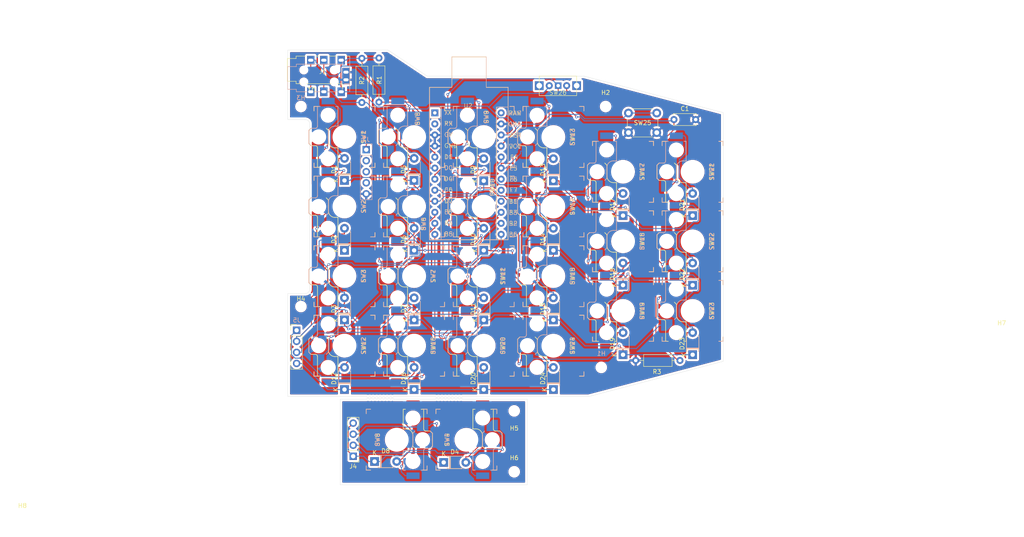
<source format=kicad_pcb>
(kicad_pcb (version 20240108) (generator "pcbnew") (generator_version "8.0")
  (layers (0 "F.Cu" signal) (31 "B.Cu" signal) (34 "B.Paste" user) (35 "F.Paste" user) (36 "B.SilkS" user "B.Silkscreen") (37 "F.SilkS" user "F.Silkscreen") (38 "B.Mask" user) (39 "F.Mask" user) (44 "Edge.Cuts" user))
  (net 0 "")
  (net 1 "Net-(D1-A)")
  (net 2 "row1")
  (net 3 "row2")
  (net 4 "Net-(D2-A)")
  (net 5 "row3")
  (net 6 "Net-(D3-A)")
  (net 7 "Net-(D4-A)")
  (net 8 "row4")
  (net 9 "Net-(D5-A)")
  (net 10 "Net-(D6-A)")
  (net 11 "Net-(D7-A)")
  (net 12 "Net-(D8-A)")
  (net 13 "Net-(D9-A)")
  (net 14 "Net-(D10-A)")
  (net 15 "Net-(D11-A)")
  (net 16 "Net-(D12-A)")
  (net 17 "Net-(D13-A)")
  (net 18 "Net-(D14-A)")
  (net 19 "Net-(D15-A)")
  (net 20 "Net-(D16-A)")
  (net 21 "Net-(D17-A)")
  (net 22 "Net-(D18-A)")
  (net 23 "Net-(D19-A)")
  (net 24 "Net-(D20-A)")
  (net 25 "Net-(D21-A)")
  (net 26 "Net-(D22-A)")
  (net 27 "Net-(D23-A)")
  (net 28 "Net-(D24-A)")
  (net 29 "SDA")
  (net 30 "VCC")
  (net 31 "GND")
  (net 32 "SCL")
  (net 33 "SDIO_P")
  (net 34 "SCLK_P")
  (net 35 "NCS_P")
  (net 36 "NCS")
  (net 37 "SCLK")
  (net 38 "SDIO")
  (net 39 "col1")
  (net 40 "col2")
  (net 41 "col3")
  (net 42 "col4")
  (net 43 "col5")
  (net 44 "col6")
  (net 45 "RST")
  (net 46 "Net-(U1-D0{slash}RX)")
  (net 47 "Net-(U1-RAW)")
  (net 48 "Net-(U1-D1{slash}TX)")
  (net 49 "Net-(D4-K)")
  (net 50 "Net-(D12-K)")
  (net 51 "Net-(J4-Pin_2)")
  (net 52 "Net-(J4-Pin_3)")
  (net 53 "Mode")
  (footprint "Diode_THT:D_T-1_P5.08mm_Horizontal" (layer "F.Cu") (at 51 107.08 90)
    (property "Reference" "D12")
    (property "Value" "1N4007")
  )
  (footprint "MountingHole:MountingHole_2.2mm_M2" (layer "F.Cu") (at 90 126)
    (property "Reference" "H6")
    (property "Value" "MountingHole")
  )
  (footprint "MountingHole:MountingHole_2.2mm_M2" (layer "F.Cu") (at -23 137)
    (property "Reference" "H8")
    (property "Value" "MountingHole")
  )
  (footprint "MountingHole:MountingHole_2.2mm_M2" (layer "F.Cu") (at 202 95)
    (property "Reference" "H7")
    (property "Value" "MountingHole")
  )
  (footprint "My_Library:Kailh_socket_PG1350_reversible" (layer "F.Cu") (at 51 97 -90)
    (property "Reference" "SW12")
    (property "Value" "SW_Push")
  )
  (footprint "Diode_THT:D_T-1_P5.08mm_Horizontal" (layer "F.Cu") (at 67 91.08 90)
    (property "Reference" "D7")
    (property "Value" "1N4007")
  )
  (footprint "My_Library:Kailh_socket_PG1350_reversible" (layer "F.Cu") (at 99 65 -90)
    (property "Reference" "SW14")
    (property "Value" "SW_Push")
  )
  (footprint "My_Library:Kailh_socket_PG1350_reversible" (layer "F.Cu") (at 67 97 -90)
    (property "Reference" "SW16")
    (property "Value" "SW_Push")
  )
  (footprint "My_Library:Kailh_socket_PG1350_reversible" (layer "F.Cu") (at 99 81 -90)
    (property "Reference" "SW15")
    (property "Value" "SW_Push")
  )
  (footprint "My_Library:Kailh_socket_PG1350_reversible" (layer "F.Cu") (at 83 81 -90)
    (property "Reference" "SW11")
    (property "Value" "SW_Push")
  )
  (footprint "Diode_THT:D_T-1_P5.08mm_Horizontal" (layer "F.Cu") (at 115 99.08 90)
    (property "Reference" "D19")
    (property "Value" "1N4007")
  )
  (footprint "Capacitor_THT:C_Disc_D5.0mm_W2.5mm_P5.00mm" (layer "F.Cu") (at 126.7 45)
    (property "Reference" "C1")
    (property "Value" "105")
  )
  (footprint "Diode_THT:D_T-1_P5.08mm_Horizontal" (layer "F.Cu") (at 131 99.08 90)
    (property "Reference" "D23")
    (property "Value" "1N4007")
  )
  (footprint "Resistor_THT:R_Axial_DIN0207_L6.3mm_D2.5mm_P10.16mm_Horizontal" (layer "F.Cu") (at 58.92 41 90)
    (property "Reference" "R1")
    (property "Value" "4.7k")
  )
  (footprint "Diode_THT:D_T-1_P5.08mm_Horizontal" (layer "F.Cu") (at 67 107.08 90)
    (property "Reference" "D16")
    (property "Value" "1N4007")
  )
  (footprint "Diode_THT:D_T-1_P5.08mm_Horizontal" (layer "F.Cu") (at 115 67.08 90)
    (property "Reference" "D17")
    (property "Value" "1N4007")
  )
  (footprint "My_Library:ProMicro" (layer "F.Cu") (at 79.38 54.89)
    (property "Reference" "U2")
    (property "Value" "~")
  )
  (footprint "Diode_THT:D_T-1_P5.08mm_Horizontal" (layer "F.Cu") (at 67 59 90)
    (property "Reference" "D5")
    (property "Value" "1N4007")
  )
  (footprint "Diode_THT:D_T-1_P5.08mm_Horizontal" (layer "F.Cu") (at 57.92 123.6305)
    (property "Reference" "D8")
    (property "Value" "1N4007")
  )
  (footprint "My_Library:Kailh_socket_PG1350_reversible" (layer "F.Cu") (at 51 65 -90)
    (property "Reference" "SW2")
    (property "Value" "SW_Push")
  )
  (footprint "My_Library:Kailh_socket_PG1350_reversible" (layer "F.Cu") (at 83 65 -90)
    (property "Reference" "SW10")
    (property "Value" "SW_Push")
  )
  (footprint "Diode_THT:D_T-1_P5.08mm_Horizontal" (layer "F.Cu") (at 51 75.08 90)
    (property "Reference" "D2")
    (property "Value" "1N4007")
  )
  (footprint "My_Library:Kailh_socket_PG1350_reversible" (layer "F.Cu") (at 67 81 -90)
    (property "Reference" "SW7")
    (property "Value" "SW_Push")
  )
  (footprint "My_Library:Kailh_socket_PG1350_reversible" (layer "F.Cu") (at 115 57 -90)
    (property "Reference" "SW17")
    (property "Value" "SW_Push")
  )
  (footprint "Diode_THT:D_T-1_P5.08mm_Horizontal" (layer "F.Cu") (at 83 75.08 90)
    (property "Reference" "D10")
    (property "Value" "1N4007")
  )
  (footprint "My_Library:Kailh_socket_PG1350_reversible" (layer "F.Cu") (at 83 49 -90)
    (property "Reference" "SW9")
    (property "Value" "SW_Push")
  )
  (footprint "MountingHole:MountingHole_2.2mm_M2" (layer "F.Cu") (at 41 88)
    (property "Reference" "H4")
    (property "Value" "MountingHole")
  )
  (footprint "Diode_THT:D_T-1_P5.08mm_Horizontal" (layer "F.Cu") (at 51 91.08 90)
    (property "Reference" "D3")
    (property "Value" "1N4007")
  )
  (footprint "Diode_THT:D_T-1_P5.08mm_Horizontal" (layer "F.Cu") (at 83 59.08 90)
    (property "Reference" "D9")
    (property "Value" "1N4007")
  )
  (footprint "Connector_PinHeader_2.54mm:PinHeader_1x04_P2.54mm_Vertical" (layer "F.Cu") (at 40 93.46)
    (property "Reference" "J5")
    (property "Value" "Conn_01x04")
  )
  (footprint "Diode_THT:D_T-1_P5.08mm_Horizontal" (layer "F.Cu") (at 83 107.08 90)
    (property "Reference" "D20")
    (property "Value" "1N4007")
  )
  (footprint "My_Library:Kailh_socket_PG1350_reversible" (layer "F.Cu") (at 131 73 -90)
    (property "Reference" "SW22")
    (property "Value" "SW_Push")
  )
  (footprint "Diode_THT:D_T-1_P5.08mm_Horizontal" (layer "F.Cu") (at 51 59 90)
    (property "Reference" "D1")
    (property "Value" "1N4007")
  )
  (footprint "MountingHole:MountingHole_2.2mm_M2" (layer "F.Cu") (at 90 112)
    (property "Reference" "H5")
    (property "Value" "MountingHole")
  )
  (footprint "My_Library:Kailh_socket_PG1350_reversible" (layer "F.Cu") (at 99 97 -90)
    (property "Reference" "SW24")
    (property "Value" "SW_Push")
  )
  (footprint "My_Library:Kailh_socket_PG1350_reversible" (layer "F.Cu") (at 131 57 -90)
    (property "Reference" "SW21")
    (property "Value" "SW_Push")
  )
  (footprint "My_Library:vertical_slide_switch" (layer "F.Cu") (at 100.05 37.2)
    (property "Reference" "SW26")
    (property "Value" "SW_SPDT_312")
  )
  (footprint "Diode_THT:D_T-1_P5.08mm_Horizontal" (layer "F.Cu") (at 83 91.08 90)
    (property "Reference" "D11")
    (property "Value" "1N4007")
  )
  (footprint "Diode_THT:D_T-1_P5.08mm_Horizontal" (layer "F.Cu") (at 115 83.08 90)
    (property "Reference" "D18")
    (property "Value" "1N4007")
  )
  (footprint "My_Library:Kailh_socket_PG1350_reversible" (layer "F.Cu") (at 67 65 -90)
    (property "Reference" "SW6")
    (property "Value" "SW_Push")
  )
  (footprint "Button_Switch_THT:SW_PUSH_6mm_H4.3mm" (layer "F.Cu") (at 116.25 43.5)
    (property "Reference" "SW25")
    (property "Value" "SW_RST")
  )
  (footprint "Diode_THT:D_T-1_P5.08mm_Horizontal" (layer "F.Cu") (at 99 75.08 90)
    (property "Reference" "D14")
    (property "Value" "1N4007")
  )
  (footprint "Diode_THT:D_T-1_P5.08mm_Horizontal" (layer "F.Cu") (at 99 91.08 90)
    (property "Reference" "D15")
    (property "Value" "1N4007")
  )
  (footprint "My_Library:Kailh_socket_PG1350_reversible" (layer "F.Cu") (at 115 73 -90)
    (property "Reference" "SW18")
    (property "Value" "SW_Push")
  )
  (footprint "My_Library:Kailh_socket_PG1350_reversible" (layer "F.Cu") (at 115 89 -90)
    (property "Reference" "SW19")
    (property "Value" "SW_Push")
  )
  (footprint "Connector_PinHeader_2.54mm:PinHeader_1x04_P2.54mm_Vertical" (layer "F.Cu") (at 53 122.4305 180)
    (property "Reference" "J4")
    (property "Value" "Conn_01x04")
  )
  (footprint "Resistor_THT:R_Axial_DIN0207_L6.3mm_D2.5mm_P10.16mm_Horizontal" (layer "F.Cu") (at 128.08 100.4 180)
    (property "Reference" "R3")
    (property "Value" "10K")
  )
  (footprint "Diode_THT:D_T-1_P5.08mm_Horizontal" (layer "F.Cu") (at 131 67.08 90)
    (property "Reference" "D21")
    (property "Value" "1N4007")
  )
  (footprint "Diode_THT:D_T-1_P5.08mm_Horizontal" (layer "F.Cu") (at 67 75.08 90)
    (property "Reference" "D6")
    (property "Value" "1N4007")
  )
  (footprint "Diode_THT:D_T-1_P5.08mm_Horizontal" (layer "F.Cu") (at 99 59.08 90)
    (property "Reference" "D13")
    (property "Value" "1N4007")
  )
  (footprint "My_Library:TRRS_Jack" (layer "F.Cu") (at 46 35 180)
    (property "Reference" "J1")
    (property "Value" "AudioJack4")
  )
  (footprint "MountingHole:MountingHole_2.2mm_M2" (layer "F.Cu") (at 111 42)
    (property "Reference" "H2")
    (property "Value" "MountingHole")
  )
  (footprint "Diode_THT:D_T-1_P5.08mm_Horizontal" (layer "F.Cu") (at 99 107.08 90)
    (property "Reference" "D24")
    (property "Value" "1N4007")
  )
  (footprint "My_Library:Kailh_socket_PG1350_reversible" (layer "F.Cu") (at 63 118.6305 90)
    (property "Reference" "SW8")
    (property "Value" "SW_Push")
  )
  (footprint "Diode_THT:D_T-1_P5.08mm_Horizontal" (layer "F.Cu") (at 131 83.08 90)
    (property "Reference" "D22")
    (property "Value" "1N4007")
  )
  (footprint "Diode_THT:D_T-1_P5.08mm_Horizontal" (layer "F.Cu") (at 73.8 123.8505)
    (property "Reference" "D4")
    (property "Value" "1N4007")
  )
  (footprint "My_Library:Kailh_socket_PG1350_reversible" (layer "F.Cu") (at 79 118.6305 90)
    (property "Reference" "SW4")
    (property "Value" "SW_Push")
  )
  (footprint "My_Library:Kailh_socket_PG1350_reversible" (layer "F.Cu") (at 99 49 -90)
    (property "Reference" "SW13")
    (property "Value" "SW_Push")
  )
  (footprint "Resistor_THT:R_Axial_DIN0207_L6.3mm_D2.5mm_P10.16mm_Horizontal" (layer "F.Cu") (at 55 41.08 90)
    (property "Reference" "R2")
    (property "Value" "4.7k")
  )
  (footprint "My_Library:Kailh_socket_PG1350_reversible" (layer "B.Cu") (at 83 97 90)
    (property "Reference" "SW20")
    (property "Value" "SW_Push")
  )
  (footprint "My_Library:Kailh_socket_PG1350_reversible" (layer "B.Cu") (at 51 49 90)
    (property "Reference" "SW1")
    (property "Value" "SW_Push")
  )
  (footprint "MountingHole:MountingHole_2.2mm_M2" (layer "B.Cu") (at 41 42 180)
    (property "Reference" "H3")
    (property "Value" "MountingHole")
  )
  (footprint "Connector_PinHeader_2.54mm:PinHeader_1x05_P2.54mm_Vertical" (layer "B.Cu") (at 56 51.925 180)
    (property "Reference" "J3")
    (property "Value" "Conn_01x05")
  )
  (footprint "My_Library:Kailh_socket_PG1350_reversible" (layer "B.Cu") (at 67 49 90)
    (property "Reference" "SW5")
    (property "Value" "SW_Push")
  )
  (footprint "My_Library:Kailh_socket_PG1350_reversible" (layer "B.Cu") (at 131 89 90)
    (property "Reference" "SW23")
    (property "Value" "SW_Push")
  )
  (footprint "My_Library:Kailh_socket_PG1350_reversible" (layer "B.Cu") (at 51 81 90)
    (property "Reference" "SW3")
    (property "Value" "SW_Push")
  )
  (footprint "MountingHole:MountingHole_2.2mm_M2" (layer "B.Cu") (at 110 102 180)
    (property "Reference" "H1")
    (property "Value" "MountingHole")
  )
  (gr_arc (start 78.2 109.3) (mid 77.9 109) (end 78.2 108.7) (stroke (width 0.05)) (layer "Edge.Cuts"))
  (gr_circle (center 74.2 109) (end 73.9 109) (stroke (width 0.05)) (fill none) (layer "Edge.Cuts"))
  (gr_circle (center 75.8 109) (end 75.5 109) (stroke (width 0.05)) (fill none) (layer "Edge.Cuts"))
  (gr_arc (start 71.8 108.7) (mid 72.1 109) (end 71.8 109.3) (stroke (width 0.05)) (layer "Edge.Cuts"))
  (gr_line (start 62.4 109.3) (end 71.8 109.3) (stroke (width 0.05)) (layer "Edge.Cuts"))
  (gr_line (start 38 91) (end 38 108.7) (stroke (width 0.05)) (layer "Edge.Cuts"))
  (gr_circle (center 60.8 109) (end 60.5 109) (stroke (width 0.05)) (fill none) (layer "Edge.Cuts"))
  (gr_circle (center 60 109) (end 59.7 109) (stroke (width 0.05)) (fill none) (layer "Edge.Cuts"))
  (gr_circle (center 73.4 109) (end 73.1 109) (stroke (width 0.05)) (fill none) (layer "Edge.Cuts"))
  (gr_circle (center 61.6 109) (end 61.3 109) (stroke (width 0.05)) (fill none) (layer "Edge.Cuts"))
  (gr_line (start 71.8 108.7) (end 62.4 108.7) (stroke (width 0.05)) (layer "Edge.Cuts"))
  (gr_line (start 107.1 108.7) (end 138 100.6) (stroke (width 0.05)) (layer "Edge.Cuts"))
  (gr_arc (start 56 108.7) (mid 56.3 109) (end 56 109.3) (stroke (width 0.05)) (layer "Edge.Cuts"))
  (gr_circle (center 58.4 109) (end 58.1 109) (stroke (width 0.05)) (fill none) (layer "Edge.Cuts"))
  (gr_line (start 43 46) (end 43 84) (stroke (width 0.05)) (layer "Edge.Cuts"))
  (gr_arc (start 43 84) (mid 42.707107 84.707107) (end 42 85) (stroke (width 0.05)) (layer "Edge.Cuts"))
  (gr_line (start 70 35) (end 61 29) (stroke (width 0.05)) (layer "Edge.Cuts"))
  (gr_circle (center 59.2 109) (end 58.9 109) (stroke (width 0.05)) (fill none) (layer "Edge.Cuts"))
  (gr_line (start 138 43.4) (end 106 35) (stroke (width 0.05)) (layer "Edge.Cuts"))
  (gr_line (start 78.2 108.7) (end 107.1 108.7) (stroke (width 0.05)) (layer "Edge.Cuts"))
  (gr_line (start 106 35) (end 70 35) (stroke (width 0.05)) (layer "Edge.Cuts"))
  (gr_line (start 50 109.3) (end 50 129) (stroke (width 0.05)) (layer "Edge.Cuts"))
  (gr_line (start 38 85) (end 38 91) (stroke (width 0.05)) (layer "Edge.Cuts"))
  (gr_circle (center 75 109) (end 74.7 109) (stroke (width 0.05)) (fill none) (layer "Edge.Cuts"))
  (gr_circle (center 56.8 109) (end 56.5 109) (stroke (width 0.05)) (fill none) (layer "Edge.Cuts"))
  (gr_line (start 93 129) (end 50 129) (stroke (width 0.05)) (layer "Edge.Cuts"))
  (gr_line (start 78.2 109.3) (end 93 109.3) (stroke (width 0.05)) (layer "Edge.Cuts"))
  (gr_line (start 38 45) (end 42 45) (stroke (width 0.05)) (layer "Edge.Cuts"))
  (gr_circle (center 77.4 109) (end 77.1 109) (stroke (width 0.05)) (fill none) (layer "Edge.Cuts"))
  (gr_line (start 138 43.4) (end 138 100.6) (stroke (width 0.05)) (layer "Edge.Cuts"))
  (gr_circle (center 72.6 109) (end 72.3 109) (stroke (width 0.05)) (fill none) (layer "Edge.Cuts"))
  (gr_line (start 56 109.3) (end 50 109.3) (stroke (width 0.05)) (layer "Edge.Cuts"))
  (gr_line (start 38 29) (end 38 45) (stroke (width 0.05)) (layer "Edge.Cuts"))
  (gr_line (start 61 29) (end 38 29) (stroke (width 0.05)) (layer "Edge.Cuts"))
  (gr_line (start 42 85) (end 38 85) (stroke (width 0.05)) (layer "Edge.Cuts"))
  (gr_line (start 56 108.7) (end 38 108.7) (stroke (width 0.05)) (layer "Edge.Cuts"))
  (gr_circle (center 76.6 109) (end 76.3 109) (stroke (width 0.05)) (fill none) (layer "Edge.Cuts"))
  (gr_circle (center 57.6 109) (end 57.3 109) (stroke (width 0.05)) (fill none) (layer "Edge.Cuts"))
  (gr_arc (start 62.4 109.3) (mid 62.1 109) (end 62.4 108.7) (stroke (width 0.05)) (layer "Edge.Cuts"))
  (gr_arc (start 42 45) (mid 42.707107 45.292893) (end 43 46) (stroke (width 0.05)) (layer "Edge.Cuts"))
  (gr_line (start 93 109.3) (end 93 129) (stroke (width 0.05)) (layer "Edge.Cuts"))
  (segment (start 49.6983 56.6284) (end 49.0517 57.275) (width 0.2) (layer "F.Cu") (net 1))
  (segment (start 51 53.92) (end 49.6983 53.92) (width 0.2) (layer "F.Cu") (net 1))
  (segment (start 49.0517 57.275) (end 47.25 57.275) (width 0.2) (layer "F.Cu") (net 1))
  (segment (start 49.6983 53.92) (end 49.6983 56.6284) (width 0.2) (layer "F.Cu") (net 1))
  (segment (start 48.125 40.725) (end 50 42.6) (width 0.2) (layer "B.Cu") (net 1))
  (segment (start 50 42.6) (end 50 45.2) (width 0.2) (layer "B.Cu") (net 1))
  (segment (start 50 45.2) (end 47.8 47.4) (width 0.2) (layer "B.Cu") (net 1))
  (segment (start 47.8 50.72) (end 51 53.92) (width 0.2) (layer "B.Cu") (net 1))
  (segment (start 47.25 40.725) (end 48.125 40.725) (width 0.2) (layer "B.Cu") (net 1))
  (segment (start 47.8 47.4) (end 47.8 50.72) (width 0.2) (layer "B.Cu") (net 1))
  (segment (start 70.6583 63.78) (end 71.76 63.78) (width 0.2) (layer "F.Cu") (net 2))
  (segment (start 100.302 59.08) (end 100.302 59.858) (width 0.2) (layer "F.Cu") (net 2))
  (segment (start 67.18 60.3017) (end 70.6583 63.78) (width 0.2) (layer "F.Cu") (net 2))
  (segment (start 67 59) (end 67 60.3017) (width 0.2) (layer "F.Cu") (net 2))
  (segment (start 99 59.08) (end 100.302 59.08) (width 0.2) (layer "F.Cu") (net 2))
  (segment (start 100.302 59.858) (end 103.6 63.1563) (width 0.2) (layer "F.Cu") (net 2))
  (segment (start 67 60.3017) (end 67.18 60.3017) (width 0.2) (layer "F.Cu") (net 2))
  (via (at 103.6 63.1563) (size 0.6) (drill 0.3) (layers "F.Cu" "B.Cu") (net 2))
  (segment (start 119.28 70.0585) (end 128.12 70.0585) (width 0.2) (layer "B.Cu") (net 2))
  (segment (start 114.349 67.08) (end 113.698 67.08) (width 0.2) (layer "B.Cu") (net 2))
  (segment (start 82.7983 61.3145) (end 83 61.1128) (width 0.2) (layer "B.Cu") (net 2))
  (segment (start 65.6983 59) (end 64.6466 57.9483) (width 0.2) (layer "B.Cu") (net 2))
  (segment (start 131 67.08) (end 129.698 67.08) (width 0.2) (layer "B.Cu") (net 2))
  (segment (start 61.566 58.3209) (end 52.9808 58.3209) (width 0.2) (layer "B.Cu") (net 2))
  (segment (start 95.8938 66.2752) (end 95.8938 64.8902) (width 0.2) (layer "B.Cu") (net 2))
  (segment (start 100.327 68.0656) (end 97.6842 68.0656) (width 0.2) (layer "B.Cu") (net 2))
  (segment (start 116.302 67.08) (end 119.28 70.0585) (width 0.2) (layer "B.Cu") (net 2))
  (segment (start 104.418 63.9745) (end 100.327 68.0656) (width 0.2) (layer "B.Cu") (net 2))
  (segment (start 95.8938 64.8902) (end 93.6551 62.6515) (width 0.2) (layer "B.Cu") (net 2))
  (segment (start 61.9386 57.9483) (end 61.566 58.3209) (width 0.2) (layer "B.Cu") (net 2))
  (segment (start 93.6551 62.6515) (end 86.8044 62.6515) (width 0.2) (layer "B.Cu") (net 2))
  (segment (start 71.76 63.78) (end 72.8617 63.78) (width 0.2) (layer "B.Cu") (net 2))
  (segment (start 113.698 67.08) (end 112.531 65.9125) (width 0.2) (layer "B.Cu") (net 2))
  (segment (start 85.2657 61.1128) (end 83 61.1128) (width 0.2) (layer "B.Cu") (net 2))
  (segment (start 83 61.1128) (end 83 60.3817) (width 0.2) (layer "B.Cu") (net 2))
  (segment (start 52.3017 59) (end 51 59) (width 0.2) (layer "B.Cu") (net 2))
  (segment (start 64.6466 57.9483) (end 61.9386 57.9483) (width 0.2) (layer "B.Cu") (net 2))
  (segment (start 106.356 65.9125) (end 104.418 63.9745) (width 0.2) (layer "B.Cu") (net 2))
  (segment (start 112.531 65.9125) (end 106.356 65.9125) (width 0.2) (layer "B.Cu") (net 2))
  (segment (start 128.12 70.0585) (end 129.698 68.4797) (width 0.2) (layer "B.Cu") (net 2))
  (segment (start 80.4514 62.5992) (end 81.7361 61.3145) (width 0.2) (layer "B.Cu") (net 2))
  (segment (start 67 59) (end 65.6983 59) (width 0.2) (layer "B.Cu") (net 2))
  (segment (start 114.349 67.08) (end 115 67.08) (width 0.2) (layer "B.Cu") (net 2))
  (segment (start 103.6 63.1563) (end 104.418 63.9745) (width 0.2) (layer "B.Cu") (net 2))
  (segment (start 83 59.08) (end 83 60.3817) (width 0.2) (layer "B.Cu") (net 2))
  (segment (start 97.6842 68.0656) (end 95.8938 66.2752) (width 0.2) (layer "B.Cu") (net 2))
  (segment (start 72.8617 63.78) (end 74.0425 62.5992) (width 0.2) (layer "B.Cu") (net 2))
  (segment (start 74.0425 62.5992) (end 80.4514 62.5992) (width 0.2) (layer "B.Cu") (net 2))
  (segment (start 52.9808 58.3209) (end 52.3017 59) (width 0.2) (layer "B.Cu") (net 2))
  (segment (start 115 67.08) (end 116.302 67.08) (width 0.2) (layer "B.Cu") (net 2))
  (segment (start 86.8044 62.6515) (end 85.2657 61.1128) (width 0.2) (layer "B.Cu") (net 2))
  (segment (start 81.7361 61.3145) (end 82.7983 61.3145) (width 0.2) (layer "B.Cu") (net 2))
  (segment (start 129.698 68.4797) (end 129.698 67.08) (width 0.2) (layer "B.Cu") (net 2))
  (segment (start 67 72.044) (end 67 75.08) (width 0.2) (layer "F.Cu") (net 3))
  (segment (start 71.76 66.32) (end 71.76 67.4217) (width 0.2) (layer "F.Cu") (net 3))
  (segment (start 93.9643 83.0517) (end 92.1534 83.0517) (width 0.2) (layer "F.Cu") (net 3))
  (segment (start 99 76.3817) (end 95.3005 80.0812) (width 0.2) (layer "F.Cu") (net 3))
  (segment (start 99 75.08) (end 99 76.3817) (width 0.2) (layer "F.Cu") (net 3))
  (segment (start 95.3005 81.7155) (end 93.9643 83.0517) (width 0.2) (layer "F.Cu") (net 3))
  (segment (start 92.1534 83.0517) (end 89.571 80.4693) (width 0.2) (layer "F.Cu") (net 3))
  (segment (start 84.4042 75.1825) (end 84.3017 75.08) (width 0.2) (layer "F.Cu") (net 3))
  (segment (start 95.3005 80.0812) (end 95.3005 81.7155) (width 0.2) (layer "F.Cu") (net 3))
  (segment (start 71.76 67.4217) (end 71.6223 67.4217) (width 0.2) (layer "F.Cu") (net 3))
  (segment (start 69.5086 75.0658) (end 68.3159 75.0658) (width 0.2) (layer "F.Cu") (net 3))
  (segment (start 89.571 80.4693) (end 89.571 75.1825) (width 0.2) (layer "F.Cu") (net 3))
  (segment (start 116.11 80.6687) (end 116.11 80.5039) (width 0.2) (layer "F.Cu") (net 3))
  (segment (start 83 75.08) (end 84.3017 75.08) (width 0.2) (layer "F.Cu") (net 3))
  (segment (start 67 75.08) (end 68.3017 75.08) (width 0.2) (layer "F.Cu") (net 3))
  (segment (start 115 83.08) (end 115 81.7783) (width 0.2) (layer "F.Cu") (net 3))
  (segment (start 115 81.7783) (end 116.11 80.6687) (width 0.2) (layer "F.Cu") (net 3))
  (segment (start 86.3966 75.1825) (end 84.4042 75.1825) (width 0.2) (layer "F.Cu") (net 3))
  (segment (start 71.6223 67.4217) (end 67 72.044) (width 0.2) (layer "F.Cu") (net 3))
  (segment (start 68.3159 75.0658) (end 68.3017 75.08) (width 0.2) (layer "F.Cu") (net 3))
  (via (at 69.5086 75.0658) (size 0.6) (drill 0.3) (layers "F.Cu" "B.Cu") (net 3))
  (via (at 116.11 80.5039) (size 0.6) (drill 0.3) (layers "F.Cu" "B.Cu") (net 3))
  (via (at 86.3966 75.1825) (size 0.6) (drill 0.3) (layers "F.Cu" "B.Cu") (net 3))
  (via (at 89.571 75.1825) (size 0.6) (drill 0.3) (layers "F.Cu" "B.Cu") (net 3))
  (segment (start 78.3718 78.0707) (end 75.3669 75.0658) (width 0.2) (layer "B.Cu") (net 3))
  (segment (start 99 75.08) (end 100.302 75.08) (width 0.2) (layer "B.Cu") (net 3))
  (segment (start 116.11 80.5039) (end 117.518 81.9125) (width 0.2) (layer "B.Cu") (net 3))
  (segment (start 51 75.08) (end 52.28 73.8) (width 0.2) (layer "B.Cu") (net 3))
  (segment (start 83 75.2065) (end 80.1358 78.0707) (width 0.2) (layer "B.Cu") (net 3))
  (segment (start 107.134 81.9125) (end 112.531 81.9125) (width 0.2) (layer "B.Cu") (net 3))
  (segment (start 75.3669 75.0658) (end 69.5086 75.0658) (width 0.2) (layer "B.Cu") (net 3))
  (segment (start 100.302 75.08) (end 107.134 81.9125) (width 0.2) (layer "B.Cu") (net 3))
  (segment (start 129.698 83.08) (end 131 83.08) (width 0.2) (layer "B.Cu") (net 3))
  (segment (start 83 75.08) (end 83 75.2065) (width 0.2) (layer "B.Cu") (net 3))
  (segment (start 117.518 81.9125) (end 128.531 81.9125) (width 0.2) (layer "B.Cu") (net 3))
  (segment (start 115 83.08) (end 113.698 83.08) (width 0.2) (layer "B.Cu") (net 3))
  (segment (start 52.28 73.8) (end 65.72 73.8) (width 0.2) (layer "B.Cu") (net 3))
  (segment (start 89.571 75.1825) (end 86.3966 75.1825) (width 0.2) (layer "B.Cu") (net 3))
  (segment (start 128.531 81.9125) (end 129.698 83.08) (width 0.2) (layer "B.Cu") (net 3))
  (segment (start 80.1358 78.0707) (end 78.3718 78.0707) (width 0.2) (layer "B.Cu") (net 3))
  (segment (start 65.72 73.8) (end 67 75.08) (width 0.2) (layer "B.Cu") (net 3))
  (segment (start 112.531 81.9125) (end 113.698 83.08) (width 0.2) (layer "B.Cu") (net 3))
  (segment (start 49.9061 71.3017) (end 49.3017 70.6973) (width 0.2) (layer "F.Cu") (net 4))
  (segment (start 49.9061 71.3017) (end 51 71.3017) (width 0.2) (layer "F.Cu") (net 4))
  (segment (start 49.0517 72.1561) (end 49.9061 71.3017) (width 0.2) (layer "F.Cu") (net 4))
  (segment (start 49.0517 73.275) (end 49.0517 72.1561) (width 0.2) (layer "F.Cu") (net 4))
  (segment (start 49.6391 61.1143) (end 49.6391 57.9307) (width 0.2) (layer "F.Cu") (net 4))
  (segment (start 51 70) (end 51 71.3017) (width 0.2) (layer "F.Cu") (net 4))
  (segment (start 47.9168 66.6884) (end 47.9168 62.8366) (width 0.2) (layer "F.Cu") (net 4))
  (segment (start 49.3017 70.6973) (end 49.3017 68.0733) (width 0.2) (layer "F.Cu") (net 4))
  (segment (start 47.25 73.275) (end 49.0517 73.275) (width 0.2) (layer "F.Cu") (net 4))
  (segment (start 47.9168 62.8366) (end 49.6391 61.1143) (width 0.2) (layer "F.Cu") (net 4))
  (segment (start 49.6391 57.9307) (end 50.8516 56.7182) (width 0.2) (layer "F.Cu") (net 4))
  (segment (start 49.3017 68.0733) (end 47.9168 66.6884) (width 0.2) (layer "F.Cu") (net 4))
  (via (at 50.8516 56.7182) (size 0.6) (drill 0.3) (layers "F.Cu" "B.Cu") (net 4))
  (segment (start 49.0585 56.7182) (end 49.0517 56.725) (width 0.2) (layer "B.Cu") (net 4))
  (segment (start 49.0517 56.725) (end 47.25 56.725) (width 0.2) (layer "B.Cu") (net 4))
  (segment (start 50.8516 56.7182) (end 49.0585 56.7182) (width 0.2) (layer "B.Cu") (net 4))
  (segment (start 51 92.2523) (end 51.8993 93.1516) (width 0.2) (layer "F.Cu") (net 5))
  (segment (start 114.143 97.04) (end 114.882 97.7783) (width 0.2) (layer "F.Cu") (net 5))
  (segment (start 71.76 68.86) (end 71.76 69.9617) (width 0.2) (layer "F.Cu") (net 5))
  (segment (start 70.2566 86.5217) (end 67 89.7783) (width 0.2) (layer "F.Cu") (net 5))
  (segment (start 114.882 97.7783) (end 115 97.7783) (width 0.2) (layer "F.Cu") (net 5))
  (segment (start 51 91.08) (end 51 92.2523) (width 0.2) (layer "F.Cu") (net 5))
  (segment (start 115 99.08) (end 115 97.7783) (width 0.2) (layer "F.Cu") (net 5))
  (segment (start 71.6222 69.9617) (end 70.2566 71.3273) (width 0.2) (layer "F.Cu") (net 5))
  (segment (start 70.2566 71.3273) (end 70.2566 86.5217) (width 0.2) (layer "F.Cu") (net 5))
  (segment (start 71.76 69.9617) (end 71.6222 69.9617) (width 0.2) (layer "F.Cu") (net 5))
  (segment (start 67 89.7783) (end 67 91.08) (width 0.2) (layer "F.Cu") (net 5))
  (via (at 51.8993 93.1516) (size 0.6) (drill 0.3) (layers "F.Cu" "B.Cu") (net 5))
  (via (at 114.143 97.04) (size 0.6) (drill 0.3) (layers "F.Cu" "B.Cu") (net 5))
  (segment (start 84.3017 91.08) (end 85.4431 89.9386) (width 0.2) (layer "B.Cu") (net 5))
  (segment (start 71.8764 94.0867) (end 68.8697 91.08) (width 0.2) (layer "B.Cu") (net 5))
  (segment (start 62.4002 89.9483) (end 64.5666 89.9483) (width 0.2) (layer "B.Cu") (net 5))
  (segment (start 67 91.08) (end 65.6983 91.08) (width 0.2) (layer "B.Cu") (net 5))
  (segment (start 83.6509 91.08) (end 80.6442 94.0867) (width 0.2) (layer "B.Cu") (net 5))
  (segment (start 99 91.08) (end 97.6983 91.08) (width 0.2) (layer "B.Cu") (net 5))
  (segment (start 85.4431 89.9386) (end 96.5569 89.9386) (width 0.2) (layer "B.Cu") (net 5))
  (segment (start 106.262 97.04) (end 100.302 91.08) (width 0.2) (layer "B.Cu") (net 5))
  (segment (start 59.1969 93.1516) (end 62.4002 89.9483) (width 0.2) (layer "B.Cu") (net 5))
  (segment (start 68.8697 91.08) (end 67 91.08) (width 0.2) (layer "B.Cu") (net 5))
  (segment (start 64.5666 89.9483) (end 65.6983 91.08) (width 0.2) (layer "B.Cu") (net 5))
  (segment (start 99 91.08) (end 100.302 91.08) (width 0.2) (layer "B.Cu") (net 5))
  (segment (start 114.143 97.04) (end 106.262 97.04) (width 0.2) (layer "B.Cu") (net 5))
  (segment (start 115 99.08) (end 131 99.08) (width 0.2) (layer "B.Cu") (net 5))
  (segment (start 83 91.08) (end 83.6509 91.08) (width 0.2) (layer "B.Cu") (net 5))
  (segment (start 83.6509 91.08) (end 84.3017 91.08) (width 0.2) (layer "B.Cu") (net 5))
  (segment (start 51.8993 93.1516) (end 59.1969 93.1516) (width 0.2) (layer "B.Cu") (net 5))
  (segment (start 80.6442 94.0867) (end 71.8764 94.0867) (width 0.2) (layer "B.Cu") (net 5))
  (segment (start 96.5569 89.9386) (end 97.6983 91.08) (width 0.2) (layer "B.Cu") (net 5))
  (segment (start 51 86) (end 51 87.3017) (width 0.2) (layer "F.Cu") (net 6))
  (segment (start 49.0517 89.275) (end 49.0517 89.25) (width 0.2) (layer "F.Cu") (net 6))
  (segment (start 49.0517 89.25) (end 51 87.3017) (width 0.2) (layer "F.Cu") (net 6))
  (segment (start 47.25 89.275) (end 49.0517 89.275) (width 0.2) (layer "F.Cu") (net 6))
  (segment (start 47.1017 79.0637) (end 47.1017 81.4347) (width 0.2) (layer "B.Cu") (net 6))
  (segment (start 47.25 72.725) (end 45.4483 72.725) (width 0.2) (layer "B.Cu") (net 6))
  (segment (start 45.4483 72.725) (end 45.1728 73.0005) (width 0.2) (layer "B.Cu") (net 6))
  (segment (start 50.3653 84.6983) (end 51 84.6983) (width 0.2) (layer "B.Cu") (net 6))
  (segment (start 45.1728 73.0005) (end 45.1728 77.1348) (width 0.2) (layer "B.Cu") (net 6))
  (segment (start 47.1017 81.4347) (end 50.3653 84.6983) (width 0.2) (layer "B.Cu") (net 6))
  (segment (start 51 86) (end 51 84.6983) (width 0.2) (layer "B.Cu") (net 6))
  (segment (start 45.1728 77.1348) (end 47.1017 79.0637) (width 0.2) (layer "B.Cu") (net 6))
  (segment (start 82.1009 119.8675) (end 79.4194 122.5485) (width 0.2) (layer "F.Cu") (net 7))
  (segment (start 82.75 110.3555) (end 80.9483 110.3555) (width 0.2) (layer "F.Cu") (net 7))
  (segment (start 80.687 110.6165) (end 80.687 115.2135) (width 0.2) (layer "F.Cu") (net 7))
  (segment (start 79.4194 122.5485) (end 78.88 122.5485) (width 0.2) (layer "F.Cu") (net 7))
  (segment (start 78.88 122.5485) (end 78.88 123.8505) (width 0.2) (layer "F.Cu") (net 7))
  (segment (start 80.687 115.2135) (end 82.1009 116.6275) (width 0.2) (layer "F.Cu") (net 7))
  (segment (start 80.9483 110.3555) (end 80.687 110.6165) (width 0.2) (layer "F.Cu") (net 7))
  (segment (start 82.1009 116.6275) (end 82.1009 119.8675) (width 0.2) (layer "F.Cu") (net 7))
  (segment (start 78.88 123.8505) (end 80.1817 123.8505) (width 0.2) (layer "B.Cu") (net 7))
  (segment (start 80.1817 126.1385) (end 80.9483 126.9055) (width 0.2) (layer "B.Cu") (net 7))
  (segment (start 80.1817 123.8505) (end 80.1817 126.1385) (width 0.2) (layer "B.Cu") (net 7))
  (segment (start 82.75 126.9055) (end 80.9483 126.9055) (width 0.2) (layer "B.Cu") (net 7))
  (segment (start 71.76 101.142) (end 71.76 71.4) (width 0.2) (layer "F.Cu") (net 8))
  (segment (start 68.7654 104.136) (end 71.76 101.142) (width 0.2) (layer "F.Cu") (net 8))
  (via (at 68.7654 104.136) (size 0.6) (drill 0.3) (layers "F.Cu" "B.Cu") (net 8))
  (segment (start 41.5232 99.8686) (end 45.7911 104.136) (width 0.2) (layer "B.Cu") (net 8))
  (segment (start 38.8483 94.6117) (end 38.8483 99.0649) (width 0.2) (layer "B.Cu") (net 8))
  (segment (start 45.7911 104.136) (end 68.7654 104.136) (width 0.2) (layer "B.Cu") (net 8))
  (segment (start 40 93.46) (end 38.8483 94.6117) (width 0.2) (layer "B.Cu") (net 8))
  (segment (start 39.652 99.8686) (end 41.5232 99.8686) (width 0.2) (layer "B.Cu") (net 8))
  (segment (start 38.8483 99.0649) (end 39.652 99.8686) (width 0.2) (layer "B.Cu") (net 8))
  (segment (start 66.3932 53.92) (end 65.6983 53.92) (width 0.2) (layer "F.Cu") (net 9))
  (segment (start 64.8854 57.275) (end 65.6983 56.4621) (width 0.2) (layer "F.Cu") (net 9))
  (segment (start 63.8991 47.104) (end 65.9563 45.0468) (width 0.2) (layer "F.Cu") (net 9))
  (segment (start 65.6983 56.4621) (end 65.6983 53.92) (width 0.2) (layer "F.Cu") (net 9))
  (segment (start 63.8991 51.4259) (end 63.8991 47.104) (width 0.2) (layer "F.Cu") (net 9))
  (segment (start 63.25 57.275) (end 64.8854 57.275) (width 0.2) (layer "F.Cu") (net 9))
  (segment (start 67 53.92) (end 66.3932 53.92) (width 0.2) (layer "F.Cu") (net 9))
  (segment (start 65.9563 45.0468) (end 65.9563 41.953) (width 0.2) (layer "F.Cu") (net 9))
  (segment (start 66.3932 53.92) (end 63.8991 51.4259) (width 0.2) (layer "F.Cu") (net 9))
  (via (at 65.9563 41.953) (size 0.6) (drill 0.3) (layers "F.Cu" "B.Cu") (net 9))
  (segment (start 65.9563 41.953) (end 65.0517 41.0484) (width 0.2) (layer "B.Cu") (net 9))
  (segment (start 65.0517 40.725) (end 63.25 40.725) (width 0.2) (layer "B.Cu") (net 9))
  (segment (start 65.0517 41.0484) (end 65.0517 40.725) (width 0.2) (layer "B.Cu") (net 9))
  (segment (start 67 70) (end 67 68.6983) (width 0.2) (layer "F.Cu") (net 10))
  (segment (start 63.9171 62.3728) (end 65.6247 60.6652) (width 0.2) (layer "F.Cu") (net 10))
  (segment (start 66.3491 68.6983) (end 63.9171 66.2663) (width 0.2) (layer "F.Cu") (net 10))
  (segment (start 65.0517 73.275) (end 65.0517 73.25) (width 0.2) (layer "F.Cu") (net 10))
  (segment (start 65.0517 73.25) (end 67 71.3017) (width 0.2) (layer "F.Cu") (net 10))
  (segment (start 67 68.6983) (end 66.3491 68.6983) (width 0.2) (layer "F.Cu") (net 10))
  (segment (start 63.25 73.275) (end 65.0517 73.275) (width 0.2) (layer "F.Cu") (net 10))
  (segment (start 63.9171 66.2663) (end 63.9171 62.3728) (width 0.2) (layer "F.Cu") (net 10))
  (segment (start 67 71.3017) (end 67 70) (width 0.2) (layer "F.Cu") (net 10))
  (via (at 65.6247 60.6652) (size 0.6) (drill 0.3) (layers "F.Cu" "B.Cu") (net 10))
  (segment (start 63.25 56.725) (end 67.1916 56.725) (width 0.2) (layer "B.Cu") (net 10))
  (segment (start 67.8652 60.6652) (end 65.6247 60.6652) (width 0.2) (layer "B.Cu") (net 10))
  (segment (start 68.3322 57.8656) (end 68.3322 60.1982) (width 0.2) (layer "B.Cu") (net 10))
  (segment (start 67.1916 56.725) (end 68.3322 57.8656) (width 0.2) (layer "B.Cu") (net 10))
  (segment (start 68.3322 60.1982) (end 67.8652 60.6652) (width 0.2) (layer "B.Cu") (net 10))
  (segment (start 63.9131 82.531) (end 65.6983 84.3162) (width 0.2) (layer "F.Cu") (net 11))
  (segment (start 66.0898 88.5126) (end 66.0898 88.0142) (width 0.2) (layer "F.Cu") (net 11))
  (segment (start 66.0898 88.0142) (end 65.6983 87.6227) (width 0.2) (layer "F.Cu") (net 11))
  (segment (start 65.6983 84.3162) (end 65.6983 86) (width 0.2) (layer "F.Cu") (net 11))
  (segment (start 65.0517 89.275) (end 65.3274 89.275) (width 0.2) (layer "F.Cu") (net 11))
  (segment (start 63.9131 78.9518) (end 63.9131 82.531) (width 0.2) (layer "F.Cu") (net 11))
  (segment (start 65.3274 89.275) (end 66.0898 88.5126) (width 0.2) (layer "F.Cu") (net 11))
  (segment (start 65.6983 87.6227) (end 65.6983 86) (width 0.2) (layer "F.Cu") (net 11))
  (segment (start 66.2153 76.6496) (end 63.9131 78.9518) (width 0.2) (layer "F.Cu") (net 11))
  (segment (start 67 86) (end 65.6983 86) (width 0.2) (layer "F.Cu") (net 11))
  (segment (start 66.2501 76.6496) (end 66.2153 76.6496) (width 0.2) (layer "F.Cu") (net 11))
  (segment (start 63.25 89.275) (end 65.0517 89.275) (width 0.2) (layer "F.Cu") (net 11))
  (via (at 66.2501 76.6496) (size 0.6) (drill 0.3) (layers "F.Cu" "B.Cu") (net 11))
  (segment (start 66.518 76.3817) (end 68.125 76.3817) (width 0.2) (layer "B.Cu") (net 11))
  (segment (start 68.3017 73.955) (end 67.0717 72.725) (width 0.2) (layer "B.Cu") (net 11))
  (segment (start 68.3017 76.205) (end 68.3017 73.955) (width 0.2) (layer "B.Cu") (net 11))
  (segment (start 67.0717 72.725) (end 63.25 72.725) (width 0.2) (layer "B.Cu") (net 11))
  (segment (start 68.125 76.3817) (end 68.3017 76.205) (width 0.2) (layer "B.Cu") (net 11))
  (segment (start 66.2501 76.6496) (end 66.518 76.3817) (width 0.2) (layer "B.Cu") (net 11))
  (segment (start 64.3017 123.6305) (end 64.3017 124.4805) (width 0.2) (layer "F.Cu") (net 12))
  (segment (start 64.6618 110.6425) (end 64.9483 110.3555) (width 0.2) (layer "F.Cu") (net 12))
  (segment (start 66.0877 116.0905) (end 64.6618 114.6645) (width 0.2) (layer "F.Cu") (net 12))
  (segment (start 63.5668 123.6305) (end 66.0877 121.1095) (width 0.2) (layer "F.Cu") (net 12))
  (segment (start 64.6618 114.6645) (end 64.6618 110.6425) (width 0.2) (layer "F.Cu") (net 12))
  (segment (start 63.5668 123.6305) (end 64.3017 123.6305) (width 0.2) (layer "F.Cu") (net 12))
  (segment (start 66.75 110.3555) (end 64.9483 110.3555) (width 0.2) (layer "F.Cu") (net 12))
  (segment (start 63 123.6305) (end 63.5668 123.6305) (width 0.2) (layer "F.Cu") (net 12))
  (segment (start 64.3017 124.4805) (end 64.0761 124.7065) (width 0.2) (layer "F.Cu") (net 12))
  (segment (start 66.0877 121.1095) (end 66.0877 116.0905) (width 0.2) (layer "F.Cu") (net 12))
  (via (at 64.0761 124.7065) (size 0.6) (drill 0.3) (layers "F.Cu" "B.Cu") (net 12))
  (segment (start 64.0761 124.7065) (end 64.0761 126.0335) (width 0.2) (layer "B.Cu") (net 12))
  (segment (start 64.9483 126.9055) (end 66.75 126.9055) (width 0.2) (layer "B.Cu") (net 12))
  (segment (start 64.0761 126.0335) (end 64.9483 126.9055) (width 0.2) (layer "B.Cu") (net 12))
  (segment (start 81.9 41.1) (end 81.9 45.1031) (width 0.2) (layer "F.Cu") (net 13))
  (segment (start 82.4332 54) (end 81.6983 54) (width 0.2) (layer "F.Cu") (net 13))
  (segment (start 79.9227 47.0804) (end 79.9227 51.4895) (width 0.2) (layer "F.Cu") (net 13))
  (segment (start 81.6983 56.6284) (end 81.0517 57.275) (width 0.2) (layer "F.Cu") (net 13))
  (segment (start 83 54) (end 82.4332 54) (width 0.2) (layer "F.Cu") (net 13))
  (segment (start 81.0517 57.275) (end 79.25 57.275) (width 0.2) (layer "F.Cu") (net 13))
  (segment (start 81.9 45.1031) (end 79.9227 47.0804) (width 0.2) (layer "F.Cu") (net 13))
  (segment (start 79.9227 51.4895) (end 82.4332 54) (width 0.2) (layer "F.Cu") (net 13))
  (segment (start 81.6983 54) (end 81.6983 56.6284) (width 0.2) (layer "F.Cu") (net 13))
  (via (at 81.9 41.1) (size 0.6) (drill 0.3) (layers "F.Cu" "B.Cu") (net 13))
  (segment (start 81.9 41.1) (end 81.525 40.725) (width 0.2) (layer "B.Cu") (net 13))
  (segment (start 81.525 40.725) (end 79.25 40.725) (width 0.2) (layer "B.Cu") (net 13))
  (segment (start 79.25 73.275) (end 81.0517 73.275) (width 0.2) (layer "F.Cu") (net 14))
  (segment (start 81.4832 58.133) (end 83.0745 56.5417) (width 0.2) (layer "F.Cu") (net 14))
  (segment (start 79.9059 62.4299) (end 81.4832 60.8526) (width 0.2) (layer "F.Cu") (net 14))
  (segment (start 79.9059 67.1014) (end 79.9059 62.4299) (width 0.2) (layer "F.Cu") (net 14))
  (segment (start 82.8045 70) (end 81.6983 70) (width 0.2) (layer "F.Cu") (net 14))
  (segment (start 83 70) (end 82.8045 70) (width 0.2) (layer "F.Cu") (net 14))
  (segment (start 81.4832 60.8526) (end 81.4832 58.133) (width 0.2) (layer "F.Cu") (net 14))
  (segment (start 81.6983 72.6284) (end 81.0517 73.275) (width 0.2) (layer "F.Cu") (net 14))
  (segment (start 82.8045 70) (end 79.9059 67.1014) (width 0.2) (layer "F.Cu") (net 14))
  (segment (start 81.6983 70) (end 81.6983 72.6284) (width 0.2) (layer "F.Cu") (net 14))
  (via (at 83.0745 56.5417) (size 0.6) (drill 0.3) (layers "F.Cu" "B.Cu") (net 14))
  (segment (start 81.0517 56.725) (end 81.235 56.5417) (width 0.2) (layer "B.Cu") (net 14))
  (segment (start 79.25 56.725) (end 81.0517 56.725) (width 0.2) (layer "B.Cu") (net 14))
  (segment (start 81.235 56.5417) (end 83.0745 56.5417) (width 0.2) (layer "B.Cu") (net 14))
  (segment (start 79.9171 83.3017) (end 79.9171 78.8363) (width 0.2) (layer "F.Cu") (net 15))
  (segment (start 81.0517 88.7691) (end 81.0517 89.275) (width 0.2) (layer "F.Cu") (net 15))
  (segment (start 82.6154 86) (end 79.9171 83.3017) (width 0.2) (layer "F.Cu") (net 15))
  (segment (start 82.6154 86) (end 81.6983 86) (width 0.2) (layer "F.Cu") (net 15))
  (segment (start 81.6983 86) (end 81.6983 88.1225) (width 0.2) (layer "F.Cu") (net 15))
  (segment (start 83 86) (end 82.6154 86) (width 0.2) (layer "F.Cu") (net 15))
  (segment (start 81.6247 73.8398) (end 82.4341 73.0304) (width 0.2) (layer "F.Cu") (net 15))
  (segment (start 81.6247 77.1287) (end 81.6247 73.8398) (width 0.2) (layer "F.Cu") (net 15))
  (segment (start 79.9171 78.8363) (end 81.6247 77.1287) (width 0.2) (layer "F.Cu") (net 15))
  (segment (start 79.25 89.275) (end 81.0517 89.275) (width 0.2) (layer "F.Cu") (net 15))
  (segment (start 82.4341 73.0304) (end 82.4341 71.6627) (width 0.2) (layer "F.Cu") (net 15))
  (segment (start 81.6983 88.1225) (end 81.0517 88.7691) (width 0.2) (layer "F.Cu") (net 15))
  (via (at 82.4341 71.6627) (size 0.6) (drill 0.3) (layers "F.Cu" "B.Cu") (net 15))
  (segment (start 82.4341 71.6627) (end 81.3718 72.725) (width 0.2) (layer "B.Cu") (net 15))
  (segment (start 81.3718 72.725) (end 79.25 72.725) (width 0.2) (layer "B.Cu") (net 15))
  (segment (start 50.4332 102) (end 49.6983 102) (width 0.2) (layer "F.Cu") (net 16))
  (segment (start 54.0745 98.3587) (end 54.0745 91.7278) (width 0.2) (layer "F.Cu") (net 16))
  (segment (start 51 102) (end 50.4332 102) (width 0.2) (layer "F.Cu") (net 16))
  (segment (start 49.6983 104.628) (end 49.0517 105.275) (width 0.2) (layer "F.Cu") (net 16))
  (segment (start 47.25 105.275) (end 49.0517 105.275) (width 0.2) (layer "F.Cu") (net 16))
  (segment (start 49.6983 102) (end 49.6983 104.628) (width 0.2) (layer "F.Cu") (net 16))
  (segment (start 50.4332 102) (end 54.0745 98.3587) (width 0.2) (layer "F.Cu") (net 16))
  (segment (start 54.0745 91.7278) (end 51.4462 89.0995) (width 0.2) (layer "F.Cu") (net 16))
  (via (at 51.4462 89.0995) (size 0.6) (drill 0.3) (layers "F.Cu" "B.Cu") (net 16))
  (segment (start 47.25 88.725) (end 51.0717 88.725) (width 0.2) (layer "B.Cu") (net 16))
  (segment (start 51.0717 88.725) (end 51.4462 89.0995) (width 0.2) (layer "B.Cu") (net 16))
  (segment (start 95.8991 47.104) (end 98.0163 44.9868) (width 0.2) (layer "F.Cu") (net 17))
  (segment (start 95.8991 51.4659) (end 95.8991 47.104) (width 0.2) (layer "F.Cu") (net 17))
  (segment (start 97.6983 54) (end 97.6983 56.6284) (width 0.2) (layer "F.Cu") (net 17))
  (segment (start 98.0163 44.9868) (end 98.0163 41.953) (width 0.2) (layer "F.Cu") (net 17))
  (segment (start 97.6983 56.6284) (end 97.0517 57.275) (width 0.2) (layer "F.Cu") (net 17))
  (segment (start 99 54) (end 98.4332 54) (width 0.2) (layer "F.Cu") (net 17))
  (segment (start 95.25 57.275) (end 97.0517 57.275) (width 0.2) (layer "F.Cu") (net 17))
  (segment (start 98.4332 54) (end 97.6983 54) (width 0.2) (layer "F.Cu") (net 17))
  (segment (start 98.4332 54) (end 95.8991 51.4659) (width 0.2) (layer "F.Cu") (net 17))
  (via (at 98.0163 41.953) (size 0.6) (drill 0.3) (layers "F.Cu" "B.Cu") (net 17))
  (segment (start 98.0163 41.953) (end 97.0517 40.9884) (width 0.2) (layer "B.Cu") (net 17))
  (segment (start 95.25 40.725) (end 97.0517 40.725) (width 0.2) (layer "B.Cu") (net 17))
  (segment (start 97.0517 40.9884) (end 97.0517 40.725) (width 0.2) (layer "B.Cu") (net 17))
  (segment (start 95.25 73.275) (end 97.0517 73.275) (width 0.2) (layer "F.Cu") (net 18))
  (segment (start 97.6983 68.695) (end 97.6983 70) (width 0.2) (layer "F.Cu") (net 18))
  (segment (start 97.6983 72.6284) (end 97.0517 73.275) (width 0.2) (layer "F.Cu") (net 18))
  (segment (start 97.6983 70) (end 97.6983 72.6284) (width 0.2) (layer "F.Cu") (net 18))
  (segment (start 97.1429 61.6289) (end 95.9309 62.8409) (width 0.2) (layer "F.Cu") (net 18))
  (segment (start 95.9309 66.9276) (end 97.6983 68.695) (width 0.2) (layer "F.Cu") (net 18))
  (segment (start 99 70) (end 97.6983 70) (width 0.2) (layer "F.Cu") (net 18))
  (segment (start 95.9309 62.8409) (end 95.9309 66.9276) (width 0.2) (layer "F.Cu") (net 18))
  (via (at 97.1429 61.6289) (size 0.6) (drill 0.3) (layers "F.Cu" "B.Cu") (net 18))
  (segment (start 97.0517 56.725) (end 97.3329 57.0062) (width 0.2) (layer "B.Cu") (net 18))
  (segment (start 97.3329 57.0062) (end 97.3329 61.4389) (width 0.2) (layer "B.Cu") (net 18))
  (segment (start 95.25 56.725) (end 97.0517 56.725) (width 0.2) (layer "B.Cu") (net 18))
  (segment (start 97.3329 61.4389) (end 97.1429 61.6289) (width 0.2) (layer "B.Cu") (net 18))
  (segment (start 99 86) (end 97.6983 86) (width 0.2) (layer "F.Cu") (net 19))
  (segment (start 97.6983 86.8267) (end 97.6983 86) (width 0.2) (layer "F.Cu") (net 19))
  (segment (start 95.25 89.275) (end 97.6983 86.8267) (width 0.2) (layer "F.Cu") (net 19))
  (segment (start 95.25 72.725) (end 93.4483 72.725) (width 0.2) (layer "B.Cu") (net 19))
  (segment (start 95.1017 79.0637) (end 95.1017 81.4347) (width 0.2) (layer "B.Cu") (net 19))
  (segment (start 93.4483 72.725) (end 93.15 73.0233) (width 0.2) (layer "B.Cu") (net 19))
  (segment (start 93.15 77.112) (end 95.1017 79.0637) (width 0.2) (layer "B.Cu") (net 19))
  (segment (start 99 86) (end 99 84.6983) (width 0.2) (layer "B.Cu") (net 19))
  (segment (start 98.3653 84.6983) (end 99 84.6983) (width 0.2) (layer "B.Cu") (net 19))
  (segment (start 93.15 73.0233) (end 93.15 77.112) (width 0.2) (layer "B.Cu") (net 19))
  (segment (start 95.1017 81.4347) (end 98.3653 84.6983) (width 0.2) (layer "B.Cu") (net 19))
  (segment (start 65.6247 93.1287) (end 65.6247 89.9524) (width 0.2) (layer "F.Cu") (net 20))
  (segment (start 63.9171 98.2663) (end 63.9171 94.8363) (width 0.2) (layer "F.Cu") (net 20))
  (segment (start 67 100.698) (end 66.3491 100.698) (width 0.2) (layer "F.Cu") (net 20))
  (segment (start 67 102) (end 67 103.327) (width 0.2) (layer "F.Cu") (net 20))
  (segment (start 67 102) (end 67 100.698) (width 0.2) (layer "F.Cu") (net 20))
  (segment (start 67 103.327) (end 65.0517 105.275) (width 0.2) (layer "F.Cu") (net 20))
  (segment (start 66.3491 100.698) (end 63.9171 98.2663) (width 0.2) (layer "F.Cu") (net 20))
  (segment (start 65.0517 105.275) (end 63.25 105.275) (width 0.2) (layer "F.Cu") (net 20))
  (segment (start 65.6247 89.9524) (end 66.0994 89.4777) (width 0.2) (layer "F.Cu") (net 20))
  (segment (start 63.9171 94.8363) (end 65.6247 93.1287) (width 0.2) (layer "F.Cu") (net 20))
  (via (at 66.0994 89.4777) (size 0.6) (drill 0.3) (layers "F.Cu" "B.Cu") (net 20))
  (segment (start 65.0517 88.725) (end 65.8044 89.4777) (width 0.2) (layer "B.Cu") (net 20))
  (segment (start 63.25 88.725) (end 65.0517 88.725) (width 0.2) (layer "B.Cu") (net 20))
  (segment (start 65.8044 89.4777) (end 66.0994 89.4777) (width 0.2) (layer "B.Cu") (net 20))
  (segment (start 114.615 62) (end 111.942 59.3262) (width 0.2) (layer "F.Cu") (net 21))
  (segment (start 113.341 48.8134) (end 113.285 48.7571) (width 0.2) (layer "F.Cu") (net 21))
  (segment (start 111.942 55.0615) (end 113.341 53.6618) (width 0.2) (layer "F.Cu") (net 21))
  (segment (start 113.341 53.6618) (end 113.341 48.8134) (width 0.2) (layer "F.Cu") (net 21))
  (segment (start 111.942 59.3262) (end 111.942 55.0615) (width 0.2) (layer "F.Cu") (net 21))
  (segment (start 114.615 62) (end 113.698 62) (width 0.2) (layer "F.Cu") (net 21))
  (segment (start 113.698 64.6284) (end 113.052 65.275) (width 0.2) (layer "F.Cu") (net 21))
  (segment (start 111.25 65.275) (end 113.052 65.275) (width 0.2) (layer "F.Cu") (net 21))
  (segment (start 115 62) (end 114.615 62) (width 0.2) (layer "F.Cu") (net 21))
  (segment (start 113.698 62) (end 113.698 64.6284) (width 0.2) (layer "F.Cu") (net 21))
  (via (at 113.285 48.7571) (size 0.6) (drill 0.3) (layers "F.Cu" "B.Cu") (net 21))
  (segment (start 111.25 48.725) (end 113.052 48.725) (width 0.2) (layer "B.Cu") (net 21))
  (segment (start 113.084 48.7571) (end 113.285 48.7571) (width 0.2) (layer "B.Cu") (net 21))
  (segment (start 113.052 48.725) (end 113.084 48.7571) (width 0.2) (layer "B.Cu") (net 21))
  (segment (start 116.3017 77.9024) (end 116.3017 78) (width 0.2) (layer "F.Cu") (net 22))
  (segment (start 111.25 81.275) (end 113.052 81.275) (width 0.2) (layer "F.Cu") (net 22))
  (segment (start 118.063 76.1409) (end 118.063 67.7167) (width 0.2) (layer "F.Cu") (net 22))
  (segment (start 115 78) (end 115 79.3017) (width 0.2) (layer "F.Cu") (net 22))
  (segment (start 115 79.2043) (end 116.3017 77.9024) (width 0.2) (layer "F.Cu") (net 22))
  (segment (start 113.052 81.25) (end 115 79.3017) (width 0.2) (layer "F.Cu") (net 22))
  (segment (start 118.063 67.7167) (end 115.528 65.1811) (width 0.2) (layer "F.Cu") (net 22))
  (segment (start 115 78) (end 116.3017 78) (width 0.2) (layer "F.Cu") (net 22))
  (segment (start 116.5315 77.6726) (end 118.063 76.1409) (width 0.2) (layer "F.Cu") (net 22))
  (segment (start 116.3017 77.9024) (end 116.5315 77.6726) (width 0.2) (layer "F.Cu") (net 22))
  (segment (start 113.052 81.275) (end 113.052 81.25) (width 0.2) (layer "F.Cu") (net 22))
  (via (at 115.528 65.1811) (size 0.6) (drill 0.3) (layers "F.Cu" "B.Cu") (net 22))
  (segment (start 113.508 65.1811) (end 113.052 64.725) (width 0.2) (layer "B.Cu") (net 22))
  (segment (start 115.528 65.1811) (end 113.508 65.1811) (width 0.2) (layer "B.Cu") (net 22))
  (segment (start 113.052 64.725) (end 111.25 64.725) (width 0.2) (layer "B.Cu") (net 22))
  (segment (start 113.698 94) (end 113.698 96.6284) (width 0.2) (layer "F.Cu") (net 23))
  (segment (start 113.698 96.6284) (end 113.052 97.275) (width 0.2) (layer "F.Cu") (net 23))
  (segment (start 113.052 97.275) (end 111.25 97.275) (width 0.2) (layer "F.Cu") (net 23))
  (segment (start 115 94) (end 113.698 94) (width 0.2) (layer "F.Cu") (net 23))
  (segment (start 116.004 84.5022) (end 115.157 84.5022) (width 0.2) (layer "B.Cu") (net 23))
  (segment (start 115 94) (end 115 92.6983) (width 0.2) (layer "B.Cu") (net 23))
  (segment (start 115.072 80.725) (end 116.302 81.955) (width 0.2) (layer "B.Cu") (net 23))
  (segment (start 111.912 87.747) (end 111.912 90.245) (width 0.2) (layer "B.Cu") (net 23))
  (segment (start 115.157 84.5022) (end 111.912 87.747) (width 0.2) (layer "B.Cu") (net 23))
  (segment (start 114.365 92.6983) (end 115 92.6983) (width 0.2) (layer "B.Cu") (net 23))
  (segment (start 111.912 90.245) (end 114.365 92.6983) (width 0.2) (layer "B.Cu") (net 23))
  (segment (start 116.302 84.205) (end 116.004 84.5022) (width 0.2) (layer "B.Cu") (net 23))
  (segment (start 116.302 81.955) (end 116.302 84.205) (width 0.2) (layer "B.Cu") (net 23))
  (segment (start 111.25 80.725) (end 115.072 80.725) (width 0.2) (layer "B.Cu") (net 23))
  (segment (start 79.9171 99.0211) (end 79.9171 94.8363) (width 0.2) (layer "F.Cu") (net 24))
  (segment (start 81.6797 103.302) (end 81.6797 100.784) (width 0.2) (layer "F.Cu") (net 24))
  (segment (start 83 102) (end 83 103.302) (width 0.2) (layer "F.Cu") (net 24))
  (segment (start 81.6797 103.302) (end 83 103.302) (width 0.2) (layer "F.Cu") (net 24))
  (segment (start 81.0517 103.93) (end 81.6797 103.302) (width 0.2) (layer "F.Cu") (net 24))
  (segment (start 81.6797 100.784) (end 79.9171 99.0211) (width 0.2) (layer "F.Cu") (net 24))
  (segment (start 81.6785 93.0749) (end 81.6785 88.9931) (width 0.2) (layer "F.Cu") (net 24))
  (segment (start 81.0517 105.275) (end 81.0517 103.93) (width 0.2) (layer "F.Cu") (net 24))
  (segment (start 79.25 105.275) (end 81.0517 105.275) (width 0.2) (layer "F.Cu") (net 24))
  (segment (start 79.9171 94.8363) (end 81.6785 93.0749) (width 0.2) (layer "F.Cu") (net 24))
  (via (at 81.6785 88.9931) (size 0.6) (drill 0.3) (layers "F.Cu" "B.Cu") (net 24))
  (segment (start 81.3198 88.9931) (end 81.0517 88.725) (width 0.2) (layer "B.Cu") (net 24))
  (segment (start 81.6785 88.9931) (end 81.3198 88.9931) (width 0.2) (layer "B.Cu") (net 24))
  (segment (start 81.0517 88.725) (end 79.25 88.725) (width 0.2) (layer "B.Cu") (net 24))
  (segment (start 129.052 65.275) (end 127.25 65.275) (width 0.2) (layer "F.Cu") (net 25))
  (segment (start 129.698 62) (end 129.698 64.6284) (width 0.2) (layer "F.Cu") (net 25))
  (segment (start 129.698 64.6284) (end 129.052 65.275) (width 0.2) (layer "F.Cu") (net 25))
  (segment (start 131 62) (end 129.698 62) (width 0.2) (layer "F.Cu") (net 25))
  (segment (start 127.944 54.2074) (end 127.944 58.2772) (width 0.2) (layer "B.Cu") (net 25))
  (segment (start 131 60.6983) (end 131 62) (width 0.2) (layer "B.Cu") (net 25))
  (segment (start 129.052 48.725) (end 129.383 49.0565) (width 0.2) (layer "B.Cu") (net 25))
  (segment (start 129.383 52.7684) (end 127.944 54.2074) (width 0.2) (layer "B.Cu") (net 25))
  (segment (start 127.25 48.725) (end 129.052 48.725) (width 0.2) (layer "B.Cu") (net 25))
  (segment (start 130.365 60.6983) (end 131 60.6983) (width 0.2) (layer "B.Cu") (net 25))
  (segment (start 127.944 58.2772) (end 130.365 60.6983) (width 0.2) (layer "B.Cu") (net 25))
  (segment (start 129.383 49.0565) (end 129.383 52.7684) (width 0.2) (layer "B.Cu") (net 25))
  (segment (start 131 78) (end 129.698 78) (width 0.2) (layer "F.Cu") (net 26))
  (segment (start 129.698 80.6284) (end 129.052 81.275) (width 0.2) (layer "F.Cu") (net 26))
  (segment (start 129.698 78) (end 129.698 80.6284) (width 0.2) (layer "F.Cu") (net 26))
  (segment (start 129.052 81.275) (end 127.25 81.275) (width 0.2) (layer "F.Cu") (net 26))
  (segment (start 130.365 76.6983) (end 131 76.6983) (width 0.2) (layer "B.Cu") (net 26))
  (segment (start 132.302 65.955) (end 132.302 68.205) (width 0.2) (layer "B.Cu") (net 26))
  (segment (start 131 78) (end 131 76.6983) (width 0.2) (layer "B.Cu") (net 26))
  (segment (start 132.302 68.205) (end 132.004 68.5022) (width 0.2) (layer "B.Cu") (net 26))
  (segment (start 131.157 68.5022) (end 127.894 71.7655) (width 0.2) (layer "B.Cu") (net 26))
  (segment (start 131.072 64.725) (end 132.302 65.955) (width 0.2) (layer "B.Cu") (net 26))
  (segment (start 127.894 71.7655) (end 127.894 74.2265) (width 0.2) (layer "B.Cu") (net 26))
  (segment (start 127.25 64.725) (end 131.072 64.725) (width 0.2) (layer "B.Cu") (net 26))
  (segment (start 132.004 68.5022) (end 131.157 68.5022) (width 0.2) (layer "B.Cu") (net 26))
  (segment (start 127.894 74.2265) (end 130.365 76.6983) (width 0.2) (layer "B.Cu") (net 26))
  (segment (start 131 94) (end 129.698 94) (width 0.2) (layer "F.Cu") (net 27))
  (segment (start 129.698 96.6284) (end 129.052 97.275) (width 0.2) (layer "F.Cu") (net 27))
  (segment (start 129.698 94) (end 129.698 96.6284) (width 0.2) (layer "F.Cu") (net 27))
  (segment (start 129.052 97.275) (end 127.25 97.275) (width 0.2) (layer "F.Cu") (net 27))
  (segment (start 132.302 84.205) (end 132.004 84.5022) (width 0.2) (layer "B.Cu") (net 27))
  (segment (start 131.072 80.725) (end 132.302 81.955) (width 0.2) (layer "B.Cu") (net 27))
  (segment (start 132.302 81.955) (end 132.302 84.205) (width 0.2) (layer "B.Cu") (net 27))
  (segment (start 127.25 80.725) (end 131.072 80.725) (width 0.2) (layer "B.Cu") (net 27))
  (segment (start 131 92.6983) (end 131 94) (width 0.2) (layer "B.Cu") (net 27))
  (segment (start 130.365 92.6983) (end 131 92.6983) (width 0.2) (layer "B.Cu") (net 27))
  (segment (start 131.157 84.5022) (end 127.894 87.7655) (width 0.2) (layer "B.Cu") (net 27))
  (segment (start 132.004 84.5022) (end 131.157 84.5022) (width 0.2) (layer "B.Cu") (net 27))
  (segment (start 127.894 90.2265) (end 130.365 92.6983) (width 0.2) (layer "B.Cu") (net 27))
  (segment (start 127.894 87.7655) (end 127.894 90.2265) (width 0.2) (layer "B.Cu") (net 27))
  (segment (start 95.25 105.275) (end 97.0517 105.275) (width 0.2) (layer "F.Cu") (net 28))
  (segment (start 97.6983 104.628) (end 97.0517 105.275) (width 0.2) (layer "F.Cu") (net 28))
  (segment (start 95.9293 94.2959) (end 95.9293 98.926) (width 0.2) (layer "F.Cu") (net 28))
  (segment (start 95.9293 98.926) (end 97.6983 100.695) (width 0.2) (layer "F.Cu") (net 28))
  (segment (start 97.6983 100.695) (end 97.6983 102) (width 0.2) (layer "F.Cu") (net 28))
  (segment (start 97.5798 92.6454) (end 95.9293 94.2959) (width 0.2) (layer "F.Cu") (net 28))
  (segment (start 97.5798 88.8548) (end 97.5798 92.6454) (width 0.2) (layer "F.Cu") (net 28))
  (segment (start 99 102) (end 97.6983 102) (width 0.2) (layer "F.Cu") (net 28))
  (segment (start 97.6983 102) (end 97.6983 104.628) (width 0.2) (layer "F.Cu") (net 28))
  (via (at 97.5798 88.8548) (size 0.6) (drill 0.3) (layers "F.Cu" "B.Cu") (net 28))
  (segment (start 97.45 88.725) (end 97.5798 88.8548) (width 0.2) (layer "B.Cu") (net 28))
  (segment (start 95.25 88.725) (end 97.45 88.725) (width 0.2) (layer "B.Cu") (net 28))
  (segment (start 43.25 31.35) (end 43.25 38.6) (width 0.2) (layer "F.Cu") (net 29))
  (segment (start 70.0822 51.0688) (end 71.5317 52.5183) (width 0.2) (layer "F.Cu") (net 29))
  (segment (start 71.5317 52.5183) (end 71.76 52.5183) (width 0.2) (layer "F.Cu") (net 29))
  (segment (start 58.92 41) (end 65.8996 41) (width 0.2) (layer "F.Cu") (net 29))
  (segment (start 65.8996 41) (end 70.0822 45.1826) (width 0.2) (layer "F.Cu") (net 29))
  (segment (start 71.76 52.5183) (end 71.76 53.62) (width 0.2) (layer "F.Cu") (net 29))
  (segment (start 70.0822 45.1826) (end 70.0822 51.0688) (width 0.2) (layer "F.Cu") (net 29))
  (segment (start 58.92 41) (end 58.92 37.92) (width 0.2) (layer "B.Cu") (net 29))
  (segment (start 58.92 37.92) (end 53.7 32.7) (width 0.2) (layer "B.Cu") (net 29))
  (segment (start 50.1551 33.0182) (end 50.1551 34.0125) (width 0.2) (layer "B.Cu") (net 29))
  (segment (start 50.1551 34.0125) (end 49.1926 34.975) (width 0.2) (layer "B.Cu") (net 29))
  (segment (start 47.5948 34.975) (end 44.4017 31.7819) (width 0.2) (layer "B.Cu") (net 29))
  (segment (start 50.4733 32.7) (end 50.1551 33.0182) (width 0.2) (layer "B.Cu") (net 29))
  (segment (start 49.1926 34.975) (end 47.5948 34.975) (width 0.2) (layer "B.Cu") (net 29))
  (segment (start 53.7 32.7) (end 50.4733 32.7) (width 0.2) (layer "B.Cu") (net 29))
  (segment (start 44.4017 31.35) (end 43.25 31.35) (width 0.2) (layer "B.Cu") (net 29))
  (segment (start 44.4017 31.7819) (end 44.4017 31.35) (width 0.2) (layer "B.Cu") (net 29))
  (segment (start 56 51.925) (end 56 50.7733) (width 0.2) (layer "F.Cu") (net 30))
  (segment (start 56.7 33.7217) (end 55 32.0217) (width 0.2) (layer "F.Cu") (net 30))
  (segment (start 50.25 32.6517) (end 50.175 32.7267) (width 0.2) (layer "F.Cu") (net 30))
  (segment (start 90.3 46.5) (end 90.3 47.6) (width 0.2) (layer "F.Cu") (net 30))
  (segment (start 56 50.7733) (end 56.7 50.0733) (width 0.2) (layer "F.Cu") (net 30))
  (segment (start 50.25 37.2983) (end 50.25 38.6) (width 0.2) (layer "F.Cu") (net 30))
  (segment (start 87 50.9) (end 87 51.08) (width 0.2) (layer "F.Cu") (net 30))
  (segment (start 55 32.0217) (end 55 30.92) (width 0.2) (layer "F.Cu") (net 30))
  (segment (start 56.7 50.0733) (end 56.7 33.7217) (width 0.2) (layer "F.Cu") (net 30))
  (segment (start 50.175 37.2233) (end 50.25 37.2983) (width 0.2) (layer "F.Cu") (net 30))
  (segment (start 50.25 31.35) (end 50.25 32.6517) (width 0.2) (layer "F.Cu") (net 30))
  (segment (start 50.175 32.7267) (end 50.175 37.2233) (width 0.2) (layer "F.Cu") (net 30))
  (segment (start 90.3 47.6) (end 87 50.9) (width 0.2) (layer "F.Cu") (net 30))
  (via (at 90.3 46.5) (size 0.6) (drill 0.3) (layers "F.Cu" "B.Cu") (net 30))
  (segment (start 55 30.92) (end 51.8317 30.92) (width 0.2) (layer "B.Cu") (net 30))
  (segment (start 88.3617 44.5617) (end 86.5436 44.5617) (width 0.2) (layer "B.Cu") (net 30))
  (segment (start 90.3 46.5) (end 88.3617 44.5617) (width 0.2) (layer "B.Cu") (net 30))
  (segment (start 56.1817 30.84) (end 56.1017 30.92) (width 0.2) (layer "B.Cu") (net 30))
  (segment (start 70.023 42.5671) (end 70.6776 41.9125) (width 0.2) (layer "B.Cu") (net 30))
  (segment (start 60.6966 42.1069) (end 60.891 41.9125) (width 0.2) (layer "B.Cu") (net 30))
  (segment (start 70.6776 41.9125) (end 83.8944 41.9125) (width 0.2) (layer "B.Cu") (net 30))
  (segment (start 98.05 37.2) (end 98.05 37.5) (width 0.2) (layer "B.Cu") (net 30))
  (segment (start 51.4017 31.35) (end 50.25 31.35) (width 0.2) (layer "B.Cu") (net 30))
  (segment (start 96.55 39) (end 87.2819 39) (width 0.2) (layer "B.Cu") (net 30))
  (segment (start 98.05 37.5) (end 96.55 39) (width 0.2) (layer "B.Cu") (net 30))
  (segment (start 55.5509 30.92) (end 56.1017 30.92) (width 0.2) (layer "B.Cu") (net 30))
  (segment (start 51.8317 30.92) (end 51.4017 31.35) (width 0.2) (layer "B.Cu") (net 30))
  (segment (start 55.5509 30.92) (end 55 30.92) (width 0.2) (layer "B.Cu") (net 30))
  (segment (start 60.891 41.9125) (end 64.5646 41.9125) (width 0.2) (layer "B.Cu") (net 30))
  (segment (start 54.962 38.6) (end 58.4689 42.1069) (width 0.2) (layer "B.Cu") (net 30))
  (segment (start 64.5646 41.9125) (end 65.2192 42.5671) (width 0.2) (layer "B.Cu") (net 30))
  (segment (start 65.2192 42.5671) (end 70.023 42.5671) (width 0.2) (layer "B.Cu") (net 30))
  (segment (start 87.2819 39) (end 84.1319 42.15) (width 0.2) (layer "B.Cu") (net 30))
  (segment (start 58.92 30.84) (end 56.1817 30.84) (width 0.2) (layer "B.Cu") (net 30))
  (segment (start 50.25 38.6) (end 54.962 38.6) (width 0.2) (layer "B.Cu") (net 30))
  (segment (start 86.5436 44.5617) (end 84.1319 42.15) (width 0.2) (layer "B.Cu") (net 30))
  (segment (start 83.8944 41.9125) (end 84.1319 42.15) (width 0.2) (layer "B.Cu") (net 30))
  (segment (start 58.4689 42.1069) (end 60.6966 42.1069) (width 0.2) (layer "B.Cu") (net 30))
  (segment (start 102.05 38.33137) (end 102.05 37.2) (width 0.2) (layer "F.Cu") (net 31))
  (segment (start 114.15 45.9) (end 109.61863 45.9) (width 0.2) (layer "F.Cu") (net 31))
  (segment (start 116.25 48) (end 114.15 45.9) (width 0.2) (layer "F.Cu") (net 31))
  (segment (start 109.61863 45.9) (end 102.05 38.33137) (width 0.2) (layer "F.Cu") (net 31))
  (segment (start 51.35 35.85) (end 51.35 34.1) (width 0.2) (layer "F.Cu") (net 31))
  (segment (start 87.45 46) (end 87 46) (width 0.2) (layer "B.Cu") (net 31))
  (segment (start 122.75 48) (end 123.0767 47.6733) (width 0.2) (layer "B.Cu") (net 31))
  (segment (start 46.25 31.35) (end 46.25 38.6) (width 0.2) (layer "F.Cu") (net 32))
  (segment (start 50.3675 41.08) (end 47.8875 38.6) (width 0.2) (layer "B.Cu") (net 32))
  (segment (start 55 41.08) (end 50.3675 41.08) (width 0.2) (layer "B.Cu") (net 32))
  (segment (start 70.6583 55.6092) (end 70.6583 56.16) (width 0.2) (layer "B.Cu") (net 32))
  (segment (start 66.2704 52.5993) (end 67.6484 52.5993) (width 0.2) (layer "B.Cu") (net 32))
  (segment (start 67.6484 52.5993) (end 70.6583 55.6092) (width 0.2) (layer "B.Cu") (net 32))
  (segment (start 63.3005 48.2811) (end 63.3005 49.6294) (width 0.2) (layer "B.Cu") (net 32))
  (segment (start 47.8875 38.6) (end 46.25 38.6) (width 0.2) (layer "B.Cu") (net 32))
  (segment (start 63.3005 49.6294) (end 66.2704 52.5993) (width 0.2) (layer "B.Cu") (net 32))
  (segment (start 55 41.08) (end 56.0994 41.08) (width 0.2) (layer "B.Cu") (net 32))
  (segment (start 56.0994 41.08) (end 63.3005 48.2811) (width 0.2) (layer "B.Cu") (net 32))
  (segment (start 70.6583 56.16) (end 71.76 56.16) (width 0.2) (layer "B.Cu") (net 32))
  (segment (start 43.4002 92.2399) (end 43.4002 85.858) (width 0.2) (layer "F.Cu") (net 39))
  (segment (start 40 96) (end 40 94.8483) (width 0.2) (layer "F.Cu") (net 39))
  (segment (start 46.5143 79.1893) (end 45.05 77.725) (width 0.2) (layer "F.Cu") (net 39))
  (segment (start 47.1199 63.7949) (end 47.1199 66.1218) (width 0.2) (layer "F.Cu") (net 39))
  (segment (start 47.127 47.802) (end 47.127 51.1538) (width 0.2) (layer "F.Cu") (net 39))
  (segment (start 47.127 51.1538) (end 46.9201 51.3607) (width 0.2) (layer "F.Cu") (net 39))
  (segment (start 44.62 70.1091) (end 44.62 75.6933) (width 0.2) (layer "F.Cu") (net 39))
  (segment (start 46.9201 51.3607) (end 45.05 53.2308) (width 0.2) (layer "F.Cu") (net 39))
  (segment (start 44.62 68.6217) (end 44.62 70.1091) (width 0.2) (layer "F.Cu") (net 39))
  (segment (start 44.62 75.6933) (end 45.05 76.1233) (width 0.2) (layer "F.Cu") (net 39))
  (segment (start 40.7918 94.8483) (end 43.4002 92.2399) (width 0.2) (layer "F.Cu") (net 39))
  (segment (start 45.05 77.725) (end 45.05 76.1233) (width 0.2) (layer "F.Cu") (net 39))
  (segment (start 47.1199 66.1218) (end 44.62 68.6217) (width 0.2) (layer "F.Cu") (net 39))
  (segment (start 47.1017 79.7767) (end 46.5143 79.1893) (width 0.2) (layer "F.Cu") (net 39))
  (segment (start 45.05 53.2308) (end 45.05 61.725) (width 0.2) (layer "F.Cu") (net 39))
  (segment (start 45.05 45.725) (end 47.127 47.802) (width 0.2) (layer "F.Cu") (net 39))
  (segment (start 47.3852 78.3184) (end 46.5143 79.1893) (width 0.2) (layer "F.Cu") (net 39))
  (segment (start 47.1017 82.1565) (end 47.1017 79.7767) (width 0.2) (layer "F.Cu") (net 39))
  (segment (start 40 94.8483) (end 40.7918 94.8483) (width 0.2) (layer "F.Cu") (net 39))
  (segment (start 45.05 61.725) (end 47.1199 63.7949) (width 0.2) (layer "F.Cu") (net 39))
  (segment (start 43.4002 85.858) (end 47.1017 82.1565) (width 0.2) (layer "F.Cu") (net 39))
  (via (at 46.9201 51.3607) (size 0.6) (drill 0.3) (layers "F.Cu" "B.Cu") (net 39))
  (via (at 44.62 70.1091) (size 0.6) (drill 0.3) (layers "F.Cu" "B.Cu") (net 39))
  (via (at 47.3852 78.3184) (size 0.6) (drill 0.3) (layers "F.Cu" "B.Cu") (net 39))
  (segment (start 40.8145 94.8483) (end 40 94.8483) (width 0.2) (layer "B.Cu") (net 39))
  (segment (start 53.2168 78.4847) (end 52.666 77.9339) (width 0.2) (layer "B.Cu") (net 39))
  (segment (start 49.081 77.9339) (end 48.6965 78.3184) (width 0.2) (layer "B.Cu") (net 39))
  (segment (start 45.05 90.6128) (end 40.8145 94.8483) (width 0.2) (layer "B.Cu") (net 39))
  (segment (start 77.992 78.4724) (end 77.4356 77.916) (width 0.2) (layer "B.Cu") (net 39))
  (segment (start 44.8524 69.8767) (end 44.62 70.1091) (width 0.2) (layer "B.Cu") (net 39))
  (segment (start 65.1166 78.4847) (end 53.2168 78.4847) (width 0.2) (layer "B.Cu") (net 39))
  (segment (start 48.6965 78.3184) (end 47.3852 78.3184) (width 0.2) (layer "B.Cu") (net 39))
  (segment (start 77.4356 77.916) (end 65.6853 77.916) (width 0.2) (layer "B.Cu") (net 39))
  (segment (start 87 71.4) (end 87 73.5923) (width 0.2) (layer "B.Cu") (net 39))
  (segment (start 40 96) (end 40 94.8483) (width 0.2) (layer "B.Cu") (net 39))
  (segment (start 52.666 77.9339) (end 49.081 77.9339) (width 0.2) (layer "B.Cu") (net 39))
  (segment (start 45.05 84.275) (end 45.05 90.6128) (width 0.2) (layer "B.Cu") (net 39))
  (segment (start 87 73.5923) (end 84.2106 76.3817) (width 0.2) (layer "B.Cu") (net 39))
  (segment (start 65.6853 77.916) (end 65.1166 78.4847) (width 0.2) (layer "B.Cu") (net 39))
  (segment (start 82.5738 76.3817) (end 80.4831 78.4724) (width 0.2) (layer "B.Cu") (net 39))
  (segment (start 84.2106 76.3817) (end 82.5738 76.3817) (width 0.2) (layer "B.Cu") (net 39))
  (segment (start 45.9643 51.3607) (end 46.9201 51.3607) (width 0.2) (layer "B.Cu") (net 39))
  (segment (start 45.05 52.275) (end 45.9643 51.3607) (width 0.2) (layer "B.Cu") (net 39))
  (segment (start 45.05 68.275) (end 45.05 69.8767) (width 0.2) (layer "B.Cu") (net 39))
  (segment (start 45.05 69.8767) (end 44.8524 69.8767) (width 0.2) (layer "B.Cu") (net 39))
  (segment (start 80.4831 78.4724) (end 77.992 78.4724) (width 0.2) (layer "B.Cu") (net 39))
  (segment (start 59.2742 77.5509) (end 59.4483 77.725) (width 0.2) (layer "F.Cu") (net 40))
  (segment (start 58.9806 77.4865) (end 59.045 77.5509) (width 0.2) (layer "F.Cu") (net 40))
  (segment (start 59.4483 45.5196) (end 59.4483 45.725) (width 0.2) (layer "F.Cu") (net 40))
  (segment (start 58.9806 62.4935) (end 58.9806 77.4865) (width 0.2) (layer "F.Cu") (net 40))
  (segment (start 59.4483 79.2782) (end 59.4483 77.725) (width 0.2) (layer "F.Cu") (net 40))
  (segment (start 58.9931 59.6681) (end 61.05 61.725) (width 0.2) (layer "F.Cu") (net 40))
  (segment (start 59.4483 45.725) (end 58.9931 46.1802) (width 0.2) (layer "F.Cu") (net 40))
  (segment (start 59.045 77.5509) (end 59.2742 77.5509) (width 0.2) (layer "F.Cu") (net 40))
  (segment (start 61.05 77.725) (end 59.4483 77.725) (width 0.2) (layer "F.Cu") (net 40))
  (segment (start 61.05 45.725) (end 59.4483 45.725) (width 0.2) (layer "F.Cu") (net 40))
  (segment (start 58.9931 46.1802) (end 58.9931 59.6681) (width 0.2) (layer "F.Cu") (net 40))
  (segment (start 59.2045 79.522) (end 59.4483 79.2782) (width 0.2) (layer "F.Cu") (net 40))
  (segment (start 59.8544 61.6197) (end 58.9806 62.4935) (width 0.2) (layer "F.Cu") (net 40))
  (segment (start 59.045 45.1163) (end 59.4483 45.5196) (width 0.2) (layer "F.Cu") (net 40))
  (via (at 59.045 45.1163) (size 0.6) (drill 0.3) (layers "F.Cu" "B.Cu") (net 40))
  (via (at 59.045 77.5509) (size 0.6) (drill 0.3) (layers "F.Cu" "B.Cu") (net 40))
  (via (at 59.2045 79.522) (size 0.6) (drill 0.3) (layers "F.Cu" "B.Cu") (net 40))
  (segment (start 65.5725 69.3794) (end 65.5725 70.4546) (width 0.2) (layer "B.Cu") (net 40))
  (segment (start 61.4068 67.9182) (end 64.1113 67.9182) (width 0.2) (layer "B.Cu") (net 40))
  (segment (start 59.573 78.0789) (end 64.4709 78.0789) (width 0.2) (layer "B.Cu") (net 40))
  (segment (start 85.8983 69.0494) (end 85.8983 68.86) (width 0.2) (layer "B.Cu") (net 40))
  (segment (start 50.1671 92.5499) (end 48.642 94.075) (width 0.2) (layer "B.Cu") (net 40))
  (segment (start 41.1517 97.9641) (end 41.1517 98.54) (width 0.2) (layer "B.Cu") (net 40))
  (segment (start 59.4483 84.275) (end 59.4483 85.0767) (width 0.2) (layer "B.Cu") (net 40))
  (segment (start 61.05 84.275) (end 59.4483 84.275) (width 0.2) (layer "B.Cu") (net 40))
  (segment (start 87 68.86) (end 85.8983 68.86) (width 0.2) (layer "B.Cu") (net 40))
  (segment (start 65.3002 77.2496) (end 67.8251 77.2496) (width 0.2) (layer "B.Cu") (net 40))
  (segment (start 59.4483 85.0767) (end 51.9751 92.5499) (width 0.2) (layer "B.Cu") (net 40))
  (segment (start 59.045 77.5509) (end 59.573 78.0789) (width 0.2) (layer "B.Cu") (net 40))
  (segment (start 58.9983 79.7282) (end 59.2045 79.522) (width 0.2) (layer "B.Cu") (net 40))
  (segment (start 81.1685 73.7792) (end 85.8983 69.0494) (width 0.2) (layer "B.Cu") (net 40))
  (segment (start 68.8971 76.1776) (end 68.8971 73.7792) (width 0.2) (layer "B.Cu") (net 40))
  (segment (start 59.4483 84.275) (end 58.9983 83.825) (width 0.2) (layer "B.Cu") (net 40))
  (segment (start 61.05 52.275) (end 58.9983 50.2233) (width 0.2) (layer "B.Cu") (net 40))
  (segment (start 67.8251 77.2496) (end 68.8971 76.1776) (width 0.2) (layer "B.Cu") (net 40))
  (segment (start 58.9983 50.2233) (end 58.9983 45.163) (width 0.2) (layer "B.Cu") (net 40))
  (segment (start 45.0408 94.075) (end 41.1517 97.9641) (width 0.2) (layer "B.Cu") (net 40))
  (segment (start 40 98.54) (end 41.1517 98.54) (width 0.2) (layer "B.Cu") (net 40))
  (segment (start 51.9751 92.5499) (end 50.1671 92.5499) (width 0.2) (layer "B.Cu") (net 40))
  (segment (start 48.642 94.075) (end 45.0408 94.075) (width 0.2) (layer "B.Cu") (net 40))
  (segment (start 58.9983 45.163) (end 59.045 45.1163) (width 0.2) (layer "B.Cu") (net 40))
  (segment (start 61.05 68.275) (end 61.4068 67.9182) (width 0.2) (layer "B.Cu") (net 40))
  (segment (start 68.8971 73.7792) (end 81.1685 73.7792) (width 0.2) (layer "B.Cu") (net 40))
  (segment (start 58.9983 83.825) (end 58.9983 79.7282) (width 0.2) (layer "B.Cu") (net 40))
  (segment (start 65.5725 70.4546) (end 68.8971 73.7792) (width 0.2) (layer "B.Cu") (net 40))
  (segment (start 64.4709 78.0789) (end 65.3002 77.2496) (width 0.2) (layer "B.Cu") (net 40))
  (segment (start 64.1113 67.9182) (end 65.5725 69.3794) (width 0.2) (layer "B.Cu") (net 40))
  (segment (start 74.9893 68.7051) (end 74.9893 76.1233) (width 0.2) (layer "F.Cu") (net 41))
  (segment (start 74.9893 93.2011) (end 73.4644 94.726) (width 0.2) (layer "F.Cu") (net 41))
  (segment (start 77.05 77.725) (end 77.05 76.1233) (width 0.2) (layer "F.Cu") (net 41))
  (segment (start 77.05 45.725) (end 79.1301 47.8051) (width 0.2) (layer "F.Cu") (net 41))
  (segment (start 79.1301 47.8051) (end 79.1301 50.5672) (width 0.2) (layer "F.Cu") (net 41))
  (segment (start 77.05 52.6473) (end 77.05 61.725) (width 0.2) (layer "F.Cu") (net 41))
  (segment (start 46.1767 94.8517) (end 45.05 93.725) (width 0.2) (layer "F.Cu") (net 41))
  (segment (start 79.1301 50.5672) (end 77.05 52.6473) (width 0.2) (layer "F.Cu") (net 41))
  (segment (start 74.9893 76.1233) (end 74.9893 93.2011) (width 0.2) (layer "F.Cu") (net 41))
  (segment (start 74.9893 76.1233) (end 77.05 76.1233) (width 0.2) (layer "F.Cu") (net 41))
  (segment (start 79.3086 79.9836) (end 77.05 77.725) (width 0.2) (layer "F.Cu") (net 41))
  (segment (start 48.0238 94.8517) (end 46.1767 94.8517) (width 0.2) (layer "F.Cu") (net 41))
  (segment (start 74.9893 68.7051) (end 74.9893 63.7857) (width 0.2) (layer "F.Cu") (net 41))
  (segment (start 74.9893 63.7857) (end 77.05 61.725) (width 0.2) (layer "F.Cu") (net 41))
  (segment (start 79.3086 81.1244) (end 79.3086 79.9836) (width 0.2) (layer "F.Cu") (net 41))
  (via (at 79.1301 50.5672) (size 0.6) (drill 0.3) (layers "F.Cu" "B.Cu") (net 41))
  (via (at 79.3086 81.1244) (size 0.6) (drill 0.3) (layers "F.Cu" "B.Cu") (net 41))
  (via (at 48.0238 94.8517) (size 0.6) (drill 0.3) (layers "F.Cu" "B.Cu") (net 41))
  (via (at 73.4644 94.726) (size 0.6) (drill 0.3) (layers "F.Cu" "B.Cu") (net 41))
  (via (at 74.9893 68.7051) (size 0.6) (drill 0.3) (layers "F.Cu" "B.Cu") (net 41))
  (segment (start 75.4483 68.275) (end 77.05 68.275) (width 0.2) (layer "B.Cu") (net 41))
  (segment (start 64.6795 94.0739) (end 64.8759 93.8775) (width 0.2) (layer "B.Cu") (net 41))
  (segment (start 77.05 52.275) (end 77.4223 52.275) (width 0.2) (layer "B.Cu") (net 41))
  (segment (start 77.05 84.275) (end 79.3086 82.0164) (width 0.2) (layer "B.Cu") (net 41))
  (segment (start 74.9893 68.7051) (end 75.0182 68.7051) (width 0.2) (layer "B.Cu") (net 41))
  (segment (start 45.05 100.275) (end 47.5 97.825) (width 0.2) (layer "B.Cu") (net 41))
  (segment (start 71.8063 94.726) (end 73.4644 94.726) (width 0.2) (layer "B.Cu") (net 41))
  (segment (start 49.4441 93.9409) (end 61.6776 93.9409) (width 0.2) (layer "B.Cu") (net 41))
  (segment (start 70.9578 93.8775) (end 71.8063 94.726) (width 0.2) (layer "B.Cu") (net 41))
  (segment (start 80.1964 67.9238) (end 80.3482 68.0756) (width 0.2) (layer "B.Cu") (net 41))
  (segment (start 61.8106 94.0739) (end 64.6795 94.0739) (width 0.2) (layer "B.Cu") (net 41))
  (segment (start 47.5 97.825) (end 47.5 95.3755) (width 0.2) (layer "B.Cu") (net 41))
  (segment (start 77.4223 52.275) (end 79.1301 50.5672) (width 0.2) (layer "B.Cu") (net 41))
  (segment (start 48.5333 94.8517) (end 49.4441 93.9409) (width 0.2) (layer "B.Cu") (net 41))
  (segment (start 48.0238 94.8517) (end 48.5333 94.8517) (width 0.2) (layer "B.Cu") (net 41))
  (segment (start 75.0182 68.7051) (end 75.4483 68.275) (width 0.2) (layer "B.Cu") (net 41))
  (segment (start 80.3482 68.0756) (end 85.2444 68.0756) (width 0.2) (layer "B.Cu") (net 41))
  (segment (start 77.4012 67.9238) (end 80.1964 67.9238) (width 0.2) (layer "B.Cu") (net 41))
  (segment (start 79.3086 82.0164) (end 79.3086 81.1244) (width 0.2) (layer "B.Cu") (net 41))
  (segment (start 61.6776 93.9409) (end 61.8106 94.0739) (width 0.2) (layer "B.Cu") (net 41))
  (segment (start 77.05 68.275) (end 77.4012 67.9238) (width 0.2) (layer "B.Cu") (net 41))
  (segment (start 64.8759 93.8775) (end 70.9578 93.8775) (width 0.2) (layer "B.Cu") (net 41))
  (segment (start 47.5 95.3755) (end 48.0238 94.8517) (width 0.2) (layer "B.Cu") (net 41))
  (segment (start 85.2444 68.0756) (end 87 66.32) (width 0.2) (layer "B.Cu") (net 41))
  (segment (start 58.9654 95.8096) (end 58.9654 101.06) (width 0.2) (layer "F.Cu") (net 42))
  (segment (start 90.9634 77.4239) (end 91.2645 77.725) (width 0.2) (layer "F.Cu") (net 42))
  (segment (start 58.9654 101.06) (end 59.045 101.14) (width 0.2) (layer "F.Cu") (net 42))
  (segment (start 89.7235 56.7968) (end 89.7235 55.0583) (width 0.2) (layer "F.Cu") (net 42))
  (segment (start 93.05 60.1233) (end 89.7235 56.7968) (width 0.2) (layer "F.Cu") (net 42))
  (segment (start 93.05 61.725) (end 90.9634 63.8116) (width 0.2) (layer "F.Cu") (net 42))
  (segment (start 93.05 45.725) (end 89.7235 49.0515) (width 0.2) (layer "F.Cu") (net 42))
  (segment (start 61.05 93.725) (end 61.05 88.7977) (width 0.2) (layer "F.Cu") (net 42))
  (segment (start 90.9634 63.8116) (end 90.9634 77.4239) (width 0.2) (layer "F.Cu") (net 42))
  (segment (start 93.05 61.725) (end 93.05 60.1233) (width 0.2) (layer "F.Cu") (net 42))
  (segment (start 61.05 93.725) (end 58.9654 95.8096) (width 0.2) (layer "F.Cu") (net 42))
  (segment (start 61.05 88.7977) (end 61.6473 88.2004) (width 0.2) (layer "F.Cu") (net 42))
  (segment (start 93.05 77.725) (end 91.2645 77.725) (width 0.2) (layer "F.Cu") (net 42))
  (segment (start 91.2645 79.522) (end 91.2645 77.725) (width 0.2) (layer "F.Cu") (net 42))
  (segment (start 89.7235 55.0583) (end 87 55.0583) (width 0.2) (layer "F.Cu") (net 42))
  (segment (start 87 56.16) (end 87 55.0583) (width 0.2) (layer "F.Cu") (net 42))
  (segment (start 89.7235 49.0515) (end 89.7235 55.0583) (width 0.2) (layer "F.Cu") (net 42))
  (segment (start 65.4251 88.2004) (end 65.4881 88.2634) (width 0.2) (layer "F.Cu") (net 42))
  (segment (start 61.6473 88.2004) (end 65.4251 88.2004) (width 0.2) (layer "F.Cu") (net 42))
  (via (at 65.4881 88.2634) (size 0.6) (drill 0.3) (layers "F.Cu" "B.Cu") (net 42))
  (via (at 59.045 101.14) (size 0.6) (drill 0.3) (layers "F.Cu" "B.Cu") (net 42))
  (via (at 91.2645 79.522) (size 0.6) (drill 0.3) (layers "F.Cu" "B.Cu") (net 42))
  (segment (start 91.2645 79.522) (end 91.2645 71.6622) (width 0.2) (layer "B.Cu") (net 42))
  (segment (start 59.045 101.14) (end 59.045 100.678) (width 0.2) (layer "B.Cu") (net 42))
  (segment (start 90.924 79.8625) (end 91.2645 79.522) (width 0.2) (layer "B.Cu") (net 42))
  (segment (start 65.4881 88.2634) (end 66.7884 88.2634) (width 0.2) (layer "B.Cu") (net 42))
  (segment (start 90.924 82.149) (end 90.924 79.8625) (width 0.2) (layer "B.Cu") (net 42))
  (segment (start 66.7884 88.2634) (end 68.3033 89.7783) (width 0.2) (layer "B.Cu") (net 42))
  (segment (start 59.045 100.678) (end 59.4483 100.275) (width 0.2) (layer "B.Cu") (net 42))
  (segment (start 91.4483 52.8134) (end 91.4483 52.275) (width 0.2) (layer "B.Cu") (net 42))
  (segment (start 61.05 100.275) (end 59.4483 100.275) (width 0.2) (layer "B.Cu") (net 42))
  (segment (start 68.3033 89.7783) (end 81.9386 89.7783) (width 0.2) (layer "B.Cu") (net 42))
  (segment (start 91.2645 71.6622) (end 93.05 69.8767) (width 0.2) (layer "B.Cu") (net 42))
  (segment (start 81.9386 89.7783) (end 87.4419 84.275) (width 0.2) (layer "B.Cu") (net 42))
  (segment (start 93.05 52.275) (end 91.4483 52.275) (width 0.2) (layer "B.Cu") (net 42))
  (segment (start 93.05 84.275) (end 90.924 82.149) (width 0.2) (layer "B.Cu") (net 42))
  (segment (start 87 56.16) (end 88.1017 56.16) (width 0.2) (layer "B.Cu") (net 42))
  (segment (start 93.05 68.275) (end 93.05 69.8767) (width 0.2) (layer "B.Cu") (net 42))
  (segment (start 88.1017 56.16) (end 91.4483 52.8134) (width 0.2) (layer "B.Cu") (net 42))
  (segment (start 87.4419 84.275) (end 93.05 84.275) (width 0.2) (layer "B.Cu") (net 42))
  (segment (start 74.2888 94.9654) (end 73.9264 95.3278) (width 0.2) (layer "F.Cu") (net 43))
  (segment (start 73.6289 92.8955) (end 73.6289 59.6868) (width 0.2) (layer "F.Cu") (net 43))
  (segment (start 77.05 93.725) (end 75.4483 93.725) (width 0.2) (layer "F.Cu") (net 43))
  (segment (start 111.438 91.5348) (end 111.438 88.1125) (width 0.2) (layer "F.Cu") (net 43))
  (segment (start 111.438 88.1125) (end 109.05 85.725) (width 0.2) (layer "F.Cu") (net 43))
  (segment (start 109.05 68.1233) (end 106.989 68.1233) (width 0.2) (layer "F.Cu") (net 43))
  (segment (start 109.05 53.725) (end 106.989 55.7858) (width 0.2) (layer "F.Cu") (net 43))
  (segment (start 106.989 82.0625) (end 109.05 84.1233) (width 0.2) (layer "F.Cu") (net 43))
  (segment (start 73.9264 95.3278) (end 73.169 95.3278) (width 0.2) (layer "F.Cu") (net 43))
  (segment (start 106.989 55.7858) (end 106.989 62.9286) (width 0.2) (layer "F.Cu") (net 43))
  (segment (start 106.989 62.9286) (end 106.989 68.1233) (width 0.2) (layer "F.Cu") (net 43))
  (segment (start 109.05 85.725) (end 109.05 84.1233) (width 0.2) (layer "F.Cu") (net 43))
  (segment (start 75.4483 93.8059) (end 75.4483 93.725) (width 0.2) (layer "F.Cu") (net 43))
  (segment (start 109.05 69.725) (end 109.05 68.1233) (width 0.2) (layer "F.Cu") (net 43))
  (segment (start 73.6289 59.6868) (end 76.405 56.9107) (width 0.2) (layer "F.Cu") (net 43))
  (segment (start 106.989 77.5509) (end 106.989 82.0625) (width 0.2) (layer "F.Cu") (net 43))
  (segment (start 73.169 95.3278) (end 72.7838 94.9426) (width 0.2) (layer "F.Cu") (net 43))
  (segment (start 72.7838 93.7406) (end 73.6289 92.8955) (width 0.2) (layer "F.Cu") (net 43))
  (segment (start 74.2888 94.9654) (end 75.4483 93.8059) (width 0.2) (layer "F.Cu") (net 43))
  (segment (start 72.7838 94.9426) (end 72.7838 93.7406) (width 0.2) (layer "F.Cu") (net 43))
  (segment (start 106.989 68.1233) (end 106.989 77.5509) (width 0.2) (layer "F.Cu") (net 43))
  (via (at 111.438 91.5348) (size 0.6) (drill 0.3) (layers "F.Cu" "B.Cu") (net 43))
  (via (at 106.989 62.9286) (size 0.6) (drill 0.3) (layers "F.Cu" "B.Cu") (net 43))
  (via (at 74.2888 94.9654) (size 0.6) (drill 0.3) (layers "F.Cu" "B.Cu") (net 43))
  (via (at 106.989 77.5509) (size 0.6) (drill 0.3) (layers "F.Cu" "B.Cu") (net 43))
  (via (at 76.405 56.9107) (size 0.6) (drill 0.3) (layers "F.Cu" "B.Cu") (net 43))
  (segment (start 77.05 100.275) (end 74.2888 97.5138) (width 0.2) (layer "B.Cu") (net 43))
  (segment (start 106.558 61.9305) (end 106.558 62.4977) (width 0.2) (layer "B.Cu") (net 43))
  (segment (start 109.05 76.275) (end 107.448 76.275) (width 0.2) (layer "B.Cu") (net 43))
  (segment (start 85.8746 57.747) (end 85.8746 59.1376) (width 0.2) (layer "B.Cu") (net 43))
  (segment (start 106.558 62.4977) (end 106.989 62.9286) (width 0.2) (layer "B.Cu") (net 43))
  (segment (start 107.448 77.0918) (end 106.989 77.5509) (width 0.2) (layer "B.Cu") (net 43))
  (segment (start 106.558 61.165) (end 106.558 61.9305) (width 0.2) (layer "B.Cu") (net 43))
  (segment (start 74.2888 97.5138) (end 74.2888 94.9654) (width 0.2) (layer "B.Cu") (net 43))
  (segment (start 92.021 59.97) (end 94.2816 62.2306) (width 0.2) (layer "B.Cu") (net 43))
  (segment (start 76.405 56.9107) (end 77.2988 57.8045) (width 0.2) (layer "B.Cu") (net 43))
  (segment (start 107.448 60.275) (end 106.558 61.165) (width 0.2) (layer "B.Cu") (net 43))
  (segment (start 77.2988 57.8045) (end 81.5239 57.8045) (width 0.2) (layer "B.Cu") (net 43))
  (segment (start 109.05 60.275) (end 107.448 60.275) (width 0.2) (layer "B.Cu") (net 43))
  (segment (start 86.8623 54.7217) (end 85.8746 55.7094) (width 0.2) (layer "B.Cu") (net 43))
  (segment (start 86.707 59.97) (end 92.021 59.97) (width 0.2) (layer "B.Cu") (net 43))
  (segment (start 85.8746 59.1376) (end 86.707 59.97) (width 0.2) (layer "B.Cu") (net 43))
  (segment (start 111.438 91.5348) (end 109.79 91.5348) (width 0.2) (layer "B.Cu") (net 43))
  (segment (start 87 53.62) (end 87 54.7217) (width 0.2) (layer "B.Cu") (net 43))
  (segment (start 107.448 76.275) (end 107.448 77.0918) (width 0.2) (layer "B.Cu") (net 43))
  (segment (start 109.79 91.5348) (end 109.05 92.275) (width 0.2) (layer "B.Cu") (net 43))
  (segment (start 81.5814 57.747) (end 85.8746 57.747) (width 0.2) (layer "B.Cu") (net 43))
  (segment (start 87 54.7217) (end 86.8623 54.7217) (width 0.2) (layer "B.Cu") (net 43))
  (segment (start 85.8746 55.7094) (end 85.8746 57.747) (width 0.2) (layer "B.Cu") (net 43))
  (segment (start 81.5239 57.8045) (end 81.5814 57.747) (width 0.2) (layer "B.Cu") (net 43))
  (segment (start 94.2816 62.2306) (end 97.3921 62.2306) (width 0.2) (layer "B.Cu") (net 43))
  (segment (start 97.3921 62.2306) (end 97.6922 61.9305) (width 0.2) (layer "B.Cu") (net 43))
  (segment (start 97.6922 61.9305) (end 106.558 61.9305) (width 0.2) (layer "B.Cu") (net 43))
  (segment (start 122.995 77.2548) (end 122.995 71.7803) (width 0.2) (layer "F.Cu") (net 44))
  (segment (start 122.995 71.7803) (end 125.05 69.725) (width 0.2) (layer "F.Cu") (net 44))
  (segment (start 91.105 101.14) (end 90.9307 100.965) (width 0.2) (layer "F.Cu") (net 44))
  (segment (start 93.05 92.1233) (end 88.582 87.6553) (width 0.2) (layer "F.Cu") (net 44))
  (segment (start 125.05 61.291) (end 125.05 69.725) (width 0.2) (layer "F.Cu") (net 44))
  (segment (start 125.05 85.725) (end 123.448 85.725) (width 0.2) (layer "F.Cu") (net 44))
  (segment (start 88.582 63.7192) (end 87.4067 62.5439) (width 0.2) (layer "F.Cu") (net 44))
  (segment (start 127.385 59.3175) (end 127.204 59.1367) (width 0.2) (layer "F.Cu") (net 44))
  (segment (start 125.05 53.725) (end 127.163 55.8377) (width 0.2) (layer "F.Cu") (net 44))
  (segment (start 123.165 86.0862) (end 123.448 85.8029) (width 0.2) (layer "F.Cu") (net 44))
  (segment (start 124.04 83.1133) (end 124.04 78.3001) (width 0.2) (layer "F.Cu") (net 44))
  (segment (start 93.05 93.725) (end 93.05 92.1233) (width 0.2) (layer "F.Cu") (net 44))
  (segment (start 90.9307 100.965) (end 90.9307 95.8443) (width 0.2) (layer "F.Cu") (net 44))
  (segment (start 84.46 60.7128) (end 82.1886 60.7128) (width 0.2) (layer "F.Cu") (net 44))
  (segment (start 125.05 84.1233) (end 124.04 83.1133) (width 0.2) (layer "F.Cu") (net 44))
  (segment (start 127.163 55.8377) (end 127.163 59.0951) (width 0.2) (layer "F.Cu") (net 44))
  (segment (start 90.9307 95.8443) (end 93.05 93.725) (width 0.2) (layer "F.Cu") (net 44))
  (segment (start 123.448 85.8029) (end 123.448 85.725) (width 0.2) (layer "F.Cu") (net 44))
  (segment (start 87.4067 62.5439) (end 86.2911 62.5439) (width 0.2) (layer "F.Cu") (net 44))
  (segment (start 127.204 59.1367) (end 125.05 61.291) (width 0.2) (layer "F.Cu") (net 44))
  (segment (start 125.05 85.725) (end 125.05 84.1233) (width 0.2) (layer "F.Cu") (net 44))
  (segment (start 88.582 87.6553) (end 88.582 63.7192) (width 0.2) (layer "F.Cu") (net 44))
  (segment (start 86.2911 62.5439) (end 84.46 60.7128) (width 0.2) (layer "F.Cu") (net 44))
  (segment (start 127.163 59.0951) (end 127.204 59.1367) (width 0.2) (layer "F.Cu") (net 44))
  (segment (start 124.04 78.3001) (end 122.995 77.2548) (width 0.2) (layer "F.Cu") (net 44))
  (via (at 123.165 86.0862) (size 0.6) (drill 0.3) (layers "F.Cu" "B.Cu") (net 44))
  (via (at 124.04 78.3001) (size 0.6) (drill 0.3) (layers "F.Cu" "B.Cu") (net 44))
  (via (at 127.385 59.3175) (size 0.6) (drill 0.3) (layers "F.Cu" "B.Cu") (net 44))
  (via (at 82.1886 60.7128) (size 0.6) (drill 0.3) (layers "F.Cu" "B.Cu") (net 44))
  (via (at 91.105 101.14) (size 0.6) (drill 0.3) (layers "F.Cu" "B.Cu") (net 44))
  (segment (start 96.1964 99.9238) (end 96.39 100.117) (width 0.2) (layer "B.Cu") (net 44))
  (segment (start 126.008 59.3175) (end 127.385 59.3175) (width 0.2) (layer "B.Cu") (net 44))
  (segment (start 91.105 101.14) (end 91.4483 100.796) (width 0.2) (layer "B.Cu") (net 44))
  (segment (start 125.05 76.275) (end 125.05 77.8767) (width 0.2) (layer "B.Cu") (net 44))
  (segment (start 125.05 77.8767) (end 124.463 77.8767) (width 0.2) (layer "B.Cu") (net 44))
  (segment (start 118.082 97.6417) (end 123.448 92.275) (width 0.2) (layer "B.Cu") (net 44))
  (segment (start 80.2046 62.0778) (end 81.5696 60.7128) (width 0.2) (layer "B.Cu") (net 44))
  (segment (start 122.954 86.2975) (end 123.165 86.0862) (width 0.2) (layer "B.Cu") (net 44))
  (segment (start 73.6995 62.0778) (end 80.2046 62.0778) (width 0.2) (layer "B.Cu") (net 44))
  (segment (start 93.4012 99.9238) (end 96.1964 99.9238) (width 0.2) (layer "B.Cu") (net 44))
  (segment (start 72.8617 61.24) (end 73.6995 62.0778) (width 0.2) (layer "B.Cu") (net 44))
  (segment (start 113.898 97.6417) (end 118.082 97.6417) (width 0.2) (layer "B.Cu") (net 44))
  (segment (start 111.423 100.117) (end 113.898 97.6417) (width 0.2) (layer "B.Cu") (net 44))
  (segment (start 125.05 92.275) (end 122.954 90.1787) (width 0.2) (layer "B.Cu") (net 44))
  (segment (start 93.05 100.275) (end 93.4012 99.9238) (width 0.2) (layer "B.Cu") (net 44))
  (segment (start 122.954 90.1787) (end 122.954 86.2975) (width 0.2) (layer "B.Cu") (net 44))
  (segment (start 81.5696 60.7128) (end 82.1886 60.7128) (width 0.2) (layer "B.Cu") (net 44))
  (segment (start 96.39 100.117) (end 111.423 100.117) (width 0.2) (layer "B.Cu") (net 44))
  (segment (start 125.05 92.275) (end 123.448 92.275) (width 0.2) (layer "B.Cu") (net 44))
  (segment (start 124.463 77.8767) (end 124.04 78.3001) (width 0.2) (layer "B.Cu") (net 44))
  (segment (start 92.2492 100.275) (end 93.05 100.275) (width 0.2) (layer "B.Cu") (net 44))
  (segment (start 71.76 61.24) (end 72.8617 61.24) (width 0.2) (layer "B.Cu") (net 44))
  (segment (start 91.4483 100.796) (end 91.4483 100.275) (width 0.2) (layer "B.Cu") (net 44))
  (segment (start 125.05 60.275) (end 126.008 59.3175) (width 0.2) (layer "B.Cu") (net 44))
  (segment (start 92.2492 100.275) (end 91.4483 100.275) (width 0.2) (layer "B.Cu") (net 44))
  (segment (start 89.108529 48.54) (end 91.596829 46.0517) (width 0.2) (layer "B.Cu") (net 45))
  (segment (start 122.75 43.5) (end 116.25 43.5) (width 0.2) (layer "B.Cu") (net 45))
  (segment (start 91.596829 46.0517) (end 96.0999 46.0517) (width 0.2) (layer "B.Cu") (net 45))
  (segment (start 96.0999 46.0517) (end 98.3532 43.7984) (width 0.2) (layer "B.Cu") (net 45))
  (segment (start 87 48.54) (end 89.108529 48.54) (width 0.2) (layer "B.Cu") (net 45))
  (segment (start 106.163286 44.8) (end 114.95 44.8) (width 0.2) (layer "B.Cu") (net 45))
  (segment (start 98.3532 43.7984) (end 105.161686 43.7984) (width 0.2) (layer "B.Cu") (net 45))
  (segment (start 105.161686 43.7984) (end 106.163286 44.8) (width 0.2) (layer "B.Cu") (net 45))
  (segment (start 114.95 44.8) (end 116.25 43.5) (width 0.2) (layer "B.Cu") (net 45))
  (segment (start 53 114.8105) (end 51.8483 115.9622) (width 0.2) (layer "F.Cu") (net 49))
  (segment (start 51.8483 115.9622) (end 51.8483 121.2788) (width 0.2) (layer "F.Cu") (net 49))
  (segment (start 51.8483 121.2788) (end 53 122.4305) (width 0.2) (layer "F.Cu") (net 49))
  (segment (start 57.92 123.6305) (end 59.2217 123.6305) (width 0.2) (layer "B.Cu") (net 49))
  (segment (start 70.2025 121.5545) (end 72.4983 123.8505) (width 0.2) (layer "B.Cu") (net 49))
  (segment (start 72.4983 123.8505) (end 73.8 123.8505) (width 0.2) (layer "B.Cu") (net 49))
  (segment (start 53 122.4305) (end 55.4183 122.4305) (width 0.2) (layer "B.Cu") (net 49))
  (segment (start 57.2691 123.6305) (end 57.92 123.6305) (width 0.2) (layer "B.Cu") (net 49))
  (segment (start 59.2217 123.6305) (end 60.5234 122.3285) (width 0.2) (layer "B.Cu") (net 49))
  (segment (start 65.3924 121.5545) (end 70.2025 121.5545) (width 0.2) (layer "B.Cu") (net 49))
  (segment (start 55.4183 122.4305) (end 56.6183 123.6305) (width 0.2) (layer "B.Cu") (net 49))
  (segment (start 57.2691 123.6305) (end 56.6183 123.6305) (width 0.2) (layer "B.Cu") (net 49))
  (segment (start 64.6183 122.3285) (end 65.3924 121.5545) (width 0.2) (layer "B.Cu") (net 49))
  (segment (start 60.5234 122.3285) (end 64.6183 122.3285) (width 0.2) (layer "B.Cu") (net 49))
  (segment (start 47.1517 107.08) (end 51 107.08) (width 0.2) (layer "B.Cu") (net 50))
  (segment (start 83 107.08) (end 67 107.08) (width 0.2) (layer "B.Cu") (net 50))
  (segment (start 40 101.08) (end 41.1517 101.08) (width 0.2) (layer "B.Cu") (net 50))
  (segment (start 41.1517 101.08) (end 47.1517 107.08) (width 0.2) (layer "B.Cu") (net 50))
  (segment (start 51 107.08) (end 67 107.08) (width 0.2) (layer "B.Cu") (net 50))
  (segment (start 99 107.08) (end 83 107.08) (width 0.2) (layer "B.Cu") (net 50))
  (segment (start 86.5517 121.6205) (end 86.5517 121.9055) (width 0.2) (layer "F.Cu") (net 51))
  (segment (start 86.5517 121.9055) (end 84.95 121.9055) (width 0.2) (layer "F.Cu") (net 51))
  (segment (start 87.3012 120.8705) (end 86.5517 121.6205) (width 0.2) (layer "F.Cu") (net 51))
  (via (at 87.3012 120.8705) (size 0.6) (drill 0.3) (layers "F.Cu" "B.Cu") (net 51))
  (segment (start 53 119.8905) (end 54.1517 119.8905) (width 0.2) (layer "B.Cu") (net 51))
  (segment (start 84.95 115.3555) (end 87.3012 117.7065) (width 0.2) (layer "B.Cu") (net 51))
  (segment (start 80.8315 121.7165) (end 81.6772 120.8705) (width 0.2) (layer "B.Cu") (net 51))
  (segment (start 81.6772 120.8705) (end 87.3012 120.8705) (width 0.2) (layer "B.Cu") (net 51))
  (segment (start 71.764 121.0815) (end 72.399 121.7165) (width 0.2) (layer "B.Cu") (net 51))
  (segment (start 65.0975 121.0815) (end 71.764 121.0815) (width 0.2) (layer "B.Cu") (net 51))
  (segment (start 72.399 121.7165) (end 80.8315 121.7165) (width 0.2) (layer "B.Cu") (net 51))
  (segment (start 64.4867 121.6925) (end 65.0975 121.0815) (width 0.2) (layer "B.Cu") (net 51))
  (segment (start 55.9534 121.6925) (end 64.4867 121.6925) (width 0.2) (layer "B.Cu") (net 51))
  (segment (start 54.1517 119.8905) (end 55.9534 121.6925) (width 0.2) (layer "B.Cu") (net 51))
  (segment (start 87.3012 117.7065) (end 87.3012 120.8705) (width 0.2) (layer "B.Cu") (net 51))
  (segment (start 72.18 118.6755) (end 72.18 114.9025) (width 0.2) (layer "F.Cu") (net 52))
  (segment (start 68.95 121.9055) (end 72.18 118.6755) (width 0.2) (layer "F.Cu") (net 52))
  (via (at 72.18 114.9025) (size 0.6) (drill 0.3) (layers "F.Cu" "B.Cu") (net 52))
  (segment (start 71.0052 114.9025) (end 70.5517 115.3555) (width 0.2) (layer "B.Cu") (net 52))
  (segment (start 64.564 115.5285) (end 55.9738 115.5285) (width 0.2) (layer "B.Cu") (net 52))
  (segment (start 69.7508 115.3555) (end 68.95 115.3555) (width 0.2) (layer "B.Cu") (net 52))
  (segment (start 68.5932 115.7125) (end 64.7479 115.7125) (width 0.2) (layer "B.Cu") (net 52))
  (segment (start 55.9738 115.5285) (end 54.1517 117.3505) (width 0.2) (layer "B.Cu") (net 52))
  (segment (start 54.1517 117.3505) (end 53 117.3505) (width 0.2) (layer "B.Cu") (net 52))
  (segment (start 64.7479 115.7125) (end 64.564 115.5285) (width 0.2) (layer "B.Cu") (net 52))
  (segment (start 69.7508 115.3555) (end 70.5517 115.3555) (width 0.2) (layer "B.Cu") (net 52))
  (segment (start 72.18 114.9025) (end 71.0052 114.9025) (width 0.2) (layer "B.Cu") (net 52))
  (segment (start 68.95 115.3555) (end 68.5932 115.7125) (width 0.2) (layer "B.Cu") (net 52))
  (segment (start 127.5822 100.4) (end 122.5455 95.3633) (width 0.2) (layer "F.Cu") (net 53))
  (segment (start 104.3 44.3517) (end 100.1 40.1517) (width 0.2) (layer "F.Cu") (net 53))
  (segment (start 71.76 58.7) (end 71.76 57.5983) (width 0.2) (layer "F.Cu") (net 53))
  (segment (start 71.8977 57.5983) (end 74.7388 54.7572) (width 0.2) (layer "F.Cu") (net 53))
  (segment (start 122.5455 95.3633) (end 122.5455 51.4545) (width 0.2) (layer "F.Cu") (net 53))
  (segment (start 100.1 40.1517) (end 100.1 37.2) (width 0.2) (layer "F.Cu") (net 53))
  (segment (start 71.76 57.5983) (end 71.8977 57.5983) (width 0.2) (layer "F.Cu") (net 53))
  (segment (start 104.3 44.3984) (end 104.3 44.3517) (width 0.2) (layer "F.Cu") (net 53))
  (segment (start 126.7 47.3) (end 126.7 45) (width 0.2) (layer "F.Cu") (net 53))
  (segment (start 122.5455 51.4545) (end 126.7 47.3) (width 0.2) (layer "F.Cu") (net 53))
  (segment (start 74.7388 54.7572) (end 74.7388 39.2191) (width 0.2) (layer "F.Cu") (net 53))
  (segment (start 128.08 100.4) (end 127.5822 100.4) (width 0.2) (layer "F.Cu") (net 53))
  (via (at 104.3 44.3984) (size 0.6) (drill 0.3) (layers "F.Cu" "B.Cu") (net 53))
  (via (at 74.7388 39.2191) (size 0.6) (drill 0.3) (layers "F.Cu" "B.Cu") (net 53))
  (segment (start 98.5 35.6) (end 100.1 37.2) (width 0.2) (layer "B.Cu") (net 53))
  (segment (start 106.0976 45.3) (end 126.4 45.3) (width 0.2) (layer "B.Cu") (net 53))
  (segment (start 78.3579 35.6) (end 98.5 35.6) (width 0.2) (layer "B.Cu") (net 53))
  (segment (start 74.7388 39.2191) (end 78.3579 35.6) (width 0.2) (layer "B.Cu") (net 53))
  (segment (start 126.4 45.3) (end 126.7 45) (width 0.2) (layer "B.Cu") (net 53))
  (segment (start 104.3 44.3984) (end 105.196 44.3984) (width 0.2) (layer "B.Cu") (net 53))
  (segment (start 105.196 44.3984) (end 106.0976 45.3) (width 0.2) (layer "B.Cu") (net 53))
  (zone (net 31) (net_name "GND") (layers "F&B.Cu") (connect_pads (clearance 0.5)) (min_thickness 0.25) (fill yes (thermal_gap 0.5) (thermal_bridge_width 0.5) (island_removal_mode 1) (island_area_min 10))
    (polygon (pts (xy 138 29) (xy 138 129) (xy 38 129) (xy 38 29)))
  )
)
</source>
